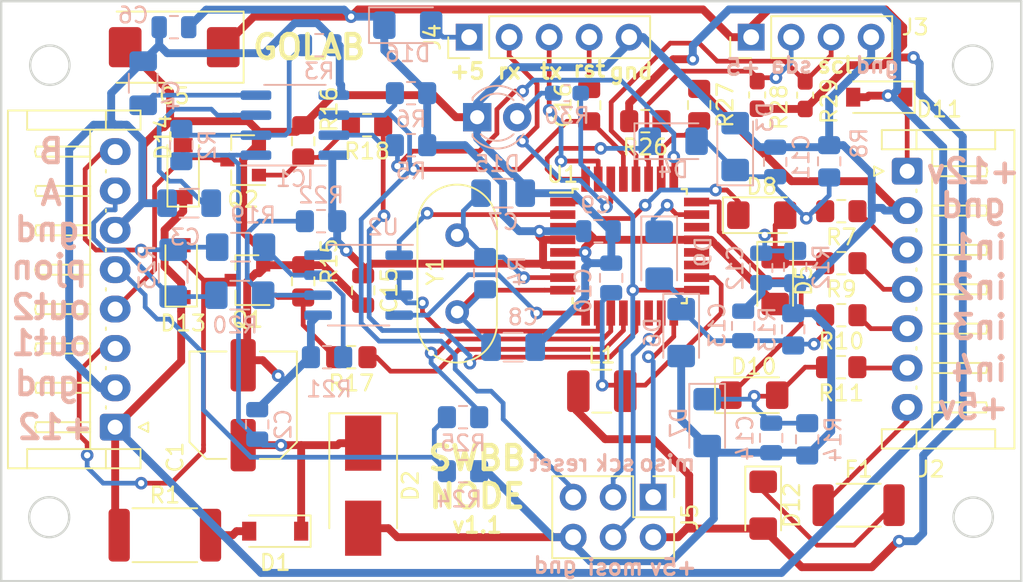
<source format=kicad_pcb>
(kicad_pcb (version 20171130) (host pcbnew 5.0.2-bee76a0~70~ubuntu18.04.1)
  (layers (0 F.Cu signal) (31 B.Cu signal) (34 B.Paste user) (35 F.Paste user) (36 B.SilkS user) (37 F.SilkS user) (38 B.Mask user) (39 F.Mask user) (44 Edge.Cuts user))
  (net 0 "")
  (net 1 "Net-(IC1-Pad2)")
  (net 2 +12V)
  (net 3 "Net-(C1-Pad1)")
  (net 4 GND)
  (net 5 +5V)
  (net 6 "Net-(D1-Pad2)")
  (net 7 Reset)
  (net 8 "Net-(C4-Pad1)")
  (net 9 "Net-(C3-Pad1)")
  (net 10 D1_TX)
  (net 11 D0_RX)
  (net 12 D13_SCK)
  (net 13 D11_MOSI)
  (net 14 D10_SS)
  (net 15 "Net-(C14-Pad1)")
  (net 16 "Net-(C8-Pad2)")
  (net 17 "Net-(C7-Pad1)")
  (net 18 "Net-(C11-Pad1)")
  (net 19 "Net-(C12-Pad1)")
  (net 20 "Net-(C13-Pad1)")
  (net 21 D2_IN1)
  (net 22 A5_SCL)
  (net 23 A4_SDA)
  (net 24 A1_D15_IN4)
  (net 25 A0_D14_IN3)
  (net 26 A7)
  (net 27 AREF)
  (net 28 A6)
  (net 29 "Net-(C10-Pad1)")
  (net 30 D9#_OUT2)
  (net 31 D8_OUT1)
  (net 32 D3_IN2)
  (net 33 "Net-(F1-Pad1)")
  (net 34 "Net-(R19-Pad1)")
  (net 35 "Net-(J1-Pad8)")
  (net 36 "Net-(J1-Pad7)")
  (net 37 "Net-(R20-Pad1)")
  (net 38 "Net-(J2-Pad5)")
  (net 39 A3_D17_Battery_Voltage)
  (net 40 "Net-(J1-Pad5)")
  (net 41 D7_PJON_SWBB)
  (net 42 "Net-(Q2-Pad1)")
  (net 43 "Net-(J2-Pad6)")
  (net 44 "Net-(Q1-Pad1)")
  (net 45 A2_D16_Power_Sens)
  (net 46 "Net-(J2-Pad3)")
  (net 47 "Net-(J2-Pad4)")
  (net 48 "Net-(D14-Pad2)")
  (net 49 "Net-(D13-Pad2)")
  (net 50 D12_MISO)
  (net 51 D6_DE_RS485)
  (net 52 D5_swTX_RS485)
  (net 53 D4_swRX_RS485)
  (net 54 "Net-(D15-Pad2)")
  (net 55 "Net-(D12-Pad1)")
  (net 56 "Net-(D11-Pad1)")
  (net 57 "Net-(D16-Pad2)")
  (net 58 "Net-(C16-Pad2)")
  (module Package_SO:SOIC-8_3.9x4.9mm_P1.27mm (layer B.Cu) (at 80.882 133.604)
    (fp_text reference IC1 (at 0 3.4) (layer B.SilkS) (effects (justify mirror)))
    (fp_text value L4949)
    (pad 1 smd roundrect (at -2.475 1.905) (size 1.95 0.6) (layers B.Cu B.Paste B.Mask) (net 3 "Net-(C1-Pad1)"))
    (pad 2 smd roundrect (at -2.475 0.635) (size 1.95 0.6) (layers B.Cu B.Paste B.Mask) (net 1 "Net-(IC1-Pad2)"))
    (pad 3 smd roundrect (at -2.475 -0.635) (size 1.95 0.6) (layers B.Cu B.Paste B.Mask) (net 9 "Net-(C3-Pad1)"))
    (pad 4 smd roundrect (at -2.475 -1.905) (size 1.95 0.6) (layers B.Cu B.Paste B.Mask) (net 8 "Net-(C4-Pad1)"))
    (pad 5 smd roundrect (at 2.475 -1.905) (size 1.95 0.6) (layers B.Cu B.Paste B.Mask) (net 4 GND))
    (pad 6 smd roundrect (at 2.475 -0.635) (size 1.95 0.6) (layers B.Cu B.Paste B.Mask) (net 7 Reset))
    (pad 7 smd roundrect (at 2.475 0.635) (size 1.95 0.6) (layers B.Cu B.Paste B.Mask) (net 45 A2_D16_Power_Sens))
    (pad 8 smd roundrect (at 2.475 1.905) (size 1.95 0.6) (layers B.Cu B.Paste B.Mask) (net 5 +5V))
  )
  (module Resistor_SMD:R_0603_1608Metric_Pad1.05x0.95mm_HandSolder (layer B.Cu) (at 98.157 131.572)
    (fp_text reference R30 (at 0 1.43) (layer B.SilkS) (effects (justify mirror)))
    (fp_text value 1k)
    (pad 1 smd roundrect (at -0.875 0) (size 1.05 0.95) (layers B.Cu B.Paste B.Mask) (net 54 "Net-(D15-Pad2)"))
    (pad 2 smd roundrect (at 0.875 0) (size 1.05 0.95) (layers B.Cu B.Paste B.Mask) (net 12 D13_SCK))
  )
  (module Diode_SMD:D_1206_3216Metric_Pad1.42x1.75mm_HandSolder (layer F.Cu) (at 110.617 157.734 270)
    (fp_text reference D12 (at 0 -1.82 270) (layer F.SilkS))
    (fp_text value 1n4148 hide)
    (pad 1 smd roundrect (at -1.4875 0 270) (size 1.425 1.75) (layers F.Cu F.Paste F.Mask) (roundrect_rratio 0.175439) (net 55 "Net-(D12-Pad1)"))
    (pad 2 smd roundrect (at 1.4875 0 270) (size 1.425 1.75) (layers F.Cu F.Paste F.Mask) (roundrect_rratio 0.175439) (net 5 +5V))
  )
  (module Package_SO:SO-8_3.9x4.9mm_P1.27mm (layer B.Cu) (at 84.928 143.764 180)
    (fp_text reference U2 (at -1.559 3.683 180) (layer B.SilkS) (effects (justify mirror)))
    (fp_text value MAX485E)
    (pad 1 smd roundrect (at -2.575 1.905 180) (size 1.75 0.6) (layers B.Cu B.Paste B.Mask) (net 53 D4_swRX_RS485))
    (pad 2 smd roundrect (at -2.575 0.635 180) (size 1.75 0.6) (layers B.Cu B.Paste B.Mask) (net 51 D6_DE_RS485))
    (pad 3 smd roundrect (at -2.575 -0.635 180) (size 1.75 0.6) (layers B.Cu B.Paste B.Mask) (net 51 D6_DE_RS485))
    (pad 4 smd roundrect (at -2.575 -1.905 180) (size 1.75 0.6) (layers B.Cu B.Paste B.Mask) (net 52 D5_swTX_RS485))
    (pad 5 smd roundrect (at 2.575 -1.905 180) (size 1.75 0.6) (layers B.Cu B.Paste B.Mask) (net 4 GND))
    (pad 6 smd roundrect (at 2.575 -0.635 180) (size 1.75 0.6) (layers B.Cu B.Paste B.Mask) (net 37 "Net-(R20-Pad1)"))
    (pad 7 smd roundrect (at 2.575 0.635 180) (size 1.75 0.6) (layers B.Cu B.Paste B.Mask) (net 34 "Net-(R19-Pad1)"))
    (pad 8 smd roundrect (at 2.575 1.905 180) (size 1.75 0.6) (layers B.Cu B.Paste B.Mask) (net 5 +5V))
  )
  (module LED_THT:LED_D3.0mm (layer B.Cu) (at 92.456 133.096)
    (fp_text reference D15 (at 1.27 2.96) (layer B.SilkS) (effects (justify mirror)))
    (fp_text value LED)
    (pad 1 thru_hole rect (at 0 0) (size 1.8 1.8) (drill 0.9) (layers *.Cu *.Mask) (net 4 GND))
    (pad 2 thru_hole circle (at 2.54 0) (size 1.8 1.8) (drill 0.9) (layers *.Cu *.Mask) (net 54 "Net-(D15-Pad2)"))
  )
  (module Capacitor_SMD:C_0805_2012Metric (layer F.Cu) (at 85.217 144.096 270)
    (fp_text reference C15 (at 0 -1.65 270) (layer F.SilkS))
    (fp_text value 100n)
    (pad 2 smd roundrect (at 0.9375 0 270) (size 0.975 1.4) (layers F.Cu F.Paste F.Mask) (net 4 GND))
    (pad 1 smd roundrect (at -0.9375 0 270) (size 0.975 1.4) (layers F.Cu F.Paste F.Mask) (net 5 +5V))
  )
  (module Capacitor_SMD:C_0805_2012Metric_Pad1.15x1.40mm_HandSolder (layer F.Cu) (at 99.568 132.334 90)
    (fp_text reference C16 (at 0 -1.65 90) (layer F.SilkS))
    (fp_text value 100n)
    (pad 1 smd roundrect (at -1.025 0 90) (size 1.15 1.4) (layers F.Cu F.Paste F.Mask) (roundrect_rratio 0.217391) (net 7 Reset))
    (pad 2 smd roundrect (at 1.025 0 90) (size 1.15 1.4) (layers F.Cu F.Paste F.Mask) (roundrect_rratio 0.217391) (net 58 "Net-(C16-Pad2)"))
  )
  (module Connector_JST:JST_EH_S7B-EH_1x07_P2.50mm_Horizontal (layer F.Cu) (at 119.761 136.525 270)
    (fp_text reference J2 (at 18.923 -1.524 180) (layer F.SilkS))
    (fp_text value Inputs)
    (pad 1 thru_hole roundrect (at 0 0 270) (size 1.7 1.95) (drill 0.95) (layers *.Cu *.Mask) (roundrect_rratio 0.147059) (net 56 "Net-(D11-Pad1)"))
    (pad 2 thru_hole oval (at 2.5 0 270) (size 1.7 1.95) (drill 0.95) (layers *.Cu *.Mask) (net 4 GND))
    (pad 3 thru_hole oval (at 5 0 270) (size 1.7 1.95) (drill 0.95) (layers *.Cu *.Mask) (net 46 "Net-(J2-Pad3)"))
    (pad 4 thru_hole oval (at 7.5 0 270) (size 1.7 1.95) (drill 0.95) (layers *.Cu *.Mask) (net 47 "Net-(J2-Pad4)"))
    (pad 5 thru_hole oval (at 10 0 270) (size 1.7 1.95) (drill 0.95) (layers *.Cu *.Mask) (net 38 "Net-(J2-Pad5)"))
    (pad 6 thru_hole oval (at 12.5 0 270) (size 1.7 1.95) (drill 0.95) (layers *.Cu *.Mask) (net 43 "Net-(J2-Pad6)"))
    (pad 7 thru_hole oval (at 15 0 270) (size 1.7 1.95) (drill 0.95) (layers *.Cu *.Mask) (net 33 "Net-(F1-Pad1)"))
  )
  (module Connector_JST:JST_EH_S8B-EH_1x08_P2.50mm_Horizontal (layer F.Cu) (at 69.469 152.781 90)
    (fp_text reference J1 hide)
    (fp_text value Outputs+Supply)
    (pad 8 thru_hole oval (at 17.5 0 90) (size 1.7 1.95) (drill 0.95) (layers *.Cu *.Mask) (net 35 "Net-(J1-Pad8)"))
    (pad 7 thru_hole oval (at 15 0 90) (size 1.7 1.95) (drill 0.95) (layers *.Cu *.Mask) (net 36 "Net-(J1-Pad7)"))
    (pad 6 thru_hole oval (at 12.5 0 90) (size 1.7 1.95) (drill 0.95) (layers *.Cu *.Mask) (net 4 GND))
    (pad 5 thru_hole oval (at 10 0 90) (size 1.7 1.95) (drill 0.95) (layers *.Cu *.Mask) (net 40 "Net-(J1-Pad5)"))
    (pad 4 thru_hole oval (at 7.5 0 90) (size 1.7 1.95) (drill 0.95) (layers *.Cu *.Mask) (net 48 "Net-(D14-Pad2)"))
    (pad 3 thru_hole oval (at 5 0 90) (size 1.7 1.95) (drill 0.95) (layers *.Cu *.Mask) (net 49 "Net-(D13-Pad2)"))
    (pad 2 thru_hole oval (at 2.5 0 90) (size 1.7 1.95) (drill 0.95) (layers *.Cu *.Mask) (net 4 GND))
    (pad 1 thru_hole roundrect (at 0 0 90) (size 1.7 1.95) (drill 0.95) (layers *.Cu *.Mask) (roundrect_rratio 0.147059) (net 2 +12V))
  )
  (module Connector_PinHeader_2.54mm:PinHeader_1x04_P2.54mm_Vertical (layer F.Cu) (at 109.855 128.016 90)
    (fp_text reference J3 (at 0.635 10.414) (layer F.SilkS))
    (fp_text value I2C)
    (pad 1 thru_hole rect (at 0 0 90) (size 1.7 1.7) (drill 1) (layers *.Cu *.Mask) (net 5 +5V))
    (pad 2 thru_hole oval (at 0 2.54 90) (size 1.7 1.7) (drill 1) (layers *.Cu *.Mask) (net 23 A4_SDA))
    (pad 3 thru_hole oval (at 0 5.08 90) (size 1.7 1.7) (drill 1) (layers *.Cu *.Mask) (net 22 A5_SCL))
    (pad 4 thru_hole oval (at 0 7.62 90) (size 1.7 1.7) (drill 1) (layers *.Cu *.Mask) (net 4 GND))
  )
  (module Connector_PinHeader_2.54mm:PinHeader_1x05_P2.54mm_Vertical (layer F.Cu) (at 91.948 128.016 90)
    (fp_text reference J4 (at 0 -2.33 90) (layer F.SilkS))
    (fp_text value UART)
    (pad 1 thru_hole rect (at 0 0 90) (size 1.7 1.7) (drill 1) (layers *.Cu *.Mask) (net 57 "Net-(D16-Pad2)"))
    (pad 2 thru_hole oval (at 0 2.54 90) (size 1.7 1.7) (drill 1) (layers *.Cu *.Mask) (net 11 D0_RX))
    (pad 3 thru_hole oval (at 0 5.08 90) (size 1.7 1.7) (drill 1) (layers *.Cu *.Mask) (net 10 D1_TX))
    (pad 4 thru_hole oval (at 0 7.62 90) (size 1.7 1.7) (drill 1) (layers *.Cu *.Mask) (net 58 "Net-(C16-Pad2)"))
    (pad 5 thru_hole oval (at 0 10.16 90) (size 1.7 1.7) (drill 1) (layers *.Cu *.Mask) (net 4 GND))
  )
  (module Connector_PinHeader_2.54mm:PinHeader_2x03_P2.54mm_Vertical (layer F.Cu) (at 103.632 157.226 270)
    (fp_text reference J5 (at 1.27 -2.33 270) (layer F.SilkS))
    (fp_text value ICSP_arduino)
    (pad 1 thru_hole rect (at 0 0 270) (size 1.7 1.7) (drill 1) (layers *.Cu *.Mask) (net 50 D12_MISO))
    (pad 2 thru_hole oval (at 2.54 0 270) (size 1.7 1.7) (drill 1) (layers *.Cu *.Mask) (net 5 +5V))
    (pad 3 thru_hole oval (at 0 2.54 270) (size 1.7 1.7) (drill 1) (layers *.Cu *.Mask) (net 12 D13_SCK))
    (pad 4 thru_hole oval (at 2.54 2.54 270) (size 1.7 1.7) (drill 1) (layers *.Cu *.Mask) (net 13 D11_MOSI))
    (pad 5 thru_hole oval (at 0 5.08 270) (size 1.7 1.7) (drill 1) (layers *.Cu *.Mask) (net 7 Reset))
    (pad 6 thru_hole oval (at 2.54 5.08 270) (size 1.7 1.7) (drill 1) (layers *.Cu *.Mask) (net 4 GND))
  )
  (module Diode_SMD:D_1206_3216Metric_Pad1.42x1.75mm_HandSolder (layer B.Cu) (at 88.0475 127.254)
    (fp_text reference D16 (at 0 1.82) (layer B.SilkS) (effects (justify mirror)))
    (fp_text value 1n4148)
    (pad 1 smd roundrect (at -1.4875 0) (size 1.425 1.75) (layers B.Cu B.Paste B.Mask) (roundrect_rratio 0.175439) (net 5 +5V))
    (pad 2 smd roundrect (at 1.4875 0) (size 1.425 1.75) (layers B.Cu B.Paste B.Mask) (roundrect_rratio 0.175439) (net 57 "Net-(D16-Pad2)"))
  )
  (module Diode_SMD:D_SOD-123 (layer F.Cu) (at 117.982 131.826 180)
    (fp_text reference D11 (at -3.811 -0.762 180) (layer F.SilkS))
    (fp_text value 1N4007)
    (pad 1 smd rect (at -1.65 0 180) (size 0.9 1.2) (layers F.Cu F.Paste F.Mask) (net 56 "Net-(D11-Pad1)"))
    (pad 2 smd rect (at 1.65 0 180) (size 0.9 1.2) (layers F.Cu F.Paste F.Mask) (net 2 +12V))
  )
  (module Diode_SMD:D_SOD-123 (layer F.Cu) (at 73.787 136.524 90)
    (fp_text reference D14 (at 2.159 -1.27 90) (layer F.SilkS))
    (fp_text value 1N4007)
    (pad 1 smd rect (at -1.65 0 90) (size 0.9 1.2) (layers F.Cu F.Paste F.Mask) (net 2 +12V))
    (pad 2 smd rect (at 1.65 0 90) (size 0.9 1.2) (layers F.Cu F.Paste F.Mask) (net 48 "Net-(D14-Pad2)"))
  )
  (module Diode_SMD:D_SOD-123 (layer F.Cu) (at 73.66 142.874 90)
    (fp_text reference D13 (at -3.303 0.127) (layer F.SilkS))
    (fp_text value 1N4007)
    (pad 2 smd rect (at 1.65 0 90) (size 0.9 1.2) (layers F.Cu F.Paste F.Mask) (net 49 "Net-(D13-Pad2)"))
    (pad 1 smd rect (at -1.65 0 90) (size 0.9 1.2) (layers F.Cu F.Paste F.Mask) (net 2 +12V))
  )
  (module Package_TO_SOT_SMD:SOT-23 (layer F.Cu) (at 77.867 143.444 180)
    (fp_text reference Q1 (at 0 -2.5 180) (layer F.SilkS))
    (fp_text value BC817)
    (pad 3 smd rect (at 1 0 180) (size 0.9 0.8) (layers F.Cu F.Paste F.Mask) (net 49 "Net-(D13-Pad2)"))
    (pad 2 smd rect (at -1 0.95 180) (size 0.9 0.8) (layers F.Cu F.Paste F.Mask) (net 4 GND))
    (pad 1 smd rect (at -1 -0.95 180) (size 0.9 0.8) (layers F.Cu F.Paste F.Mask) (net 44 "Net-(Q1-Pad1)"))
  )
  (module Package_TO_SOT_SMD:SOT-23 (layer F.Cu) (at 77.597 135.824 180)
    (fp_text reference Q2 (at 0 -2.5 180) (layer F.SilkS))
    (fp_text value BC817)
    (pad 1 smd rect (at -1 -0.95 180) (size 0.9 0.8) (layers F.Cu F.Paste F.Mask) (net 42 "Net-(Q2-Pad1)"))
    (pad 2 smd rect (at -1 0.95 180) (size 0.9 0.8) (layers F.Cu F.Paste F.Mask) (net 4 GND))
    (pad 3 smd rect (at 1 0 180) (size 0.9 0.8) (layers F.Cu F.Paste F.Mask) (net 48 "Net-(D14-Pad2)"))
  )
  (module Resistor_SMD:R_0603_1608Metric_Pad1.05x0.95mm_HandSolder (layer F.Cu) (at 110.236 131.685 270)
    (fp_text reference R28 (at 0.776 -1.397 270) (layer F.SilkS))
    (fp_text value 2k4)
    (pad 1 smd roundrect (at -0.875 0 270) (size 1.05 0.95) (layers F.Cu F.Paste F.Mask) (net 23 A4_SDA))
    (pad 2 smd roundrect (at 0.875 0 270) (size 1.05 0.95) (layers F.Cu F.Paste F.Mask) (net 5 +5V))
  )
  (module Resistor_SMD:R_0603_1608Metric_Pad1.05x0.95mm_HandSolder (layer F.Cu) (at 113.284 131.699 270)
    (fp_text reference R29 (at 0.381 -1.524 270) (layer F.SilkS))
    (fp_text value 2k4)
    (pad 1 smd roundrect (at -0.875 0 270) (size 1.05 0.95) (layers F.Cu F.Paste F.Mask) (net 22 A5_SCL))
    (pad 2 smd roundrect (at 0.875 0 270) (size 1.05 0.95) (layers F.Cu F.Paste F.Mask) (net 5 +5V))
  )
  (module Resistor_SMD:R_0805_2012Metric_Pad1.15x1.40mm_HandSolder (layer F.Cu) (at 81.407 143.519 270)
    (fp_text reference R15 (at -1.27 -1.65 270) (layer F.SilkS))
    (fp_text value 10k)
    (pad 2 smd roundrect (at 1.025 0 270) (size 1.15 1.4) (layers F.Cu F.Paste F.Mask) (roundrect_rratio 0.217391) (net 44 "Net-(Q1-Pad1)"))
    (pad 1 smd roundrect (at -1.025 0 270) (size 1.15 1.4) (layers F.Cu F.Paste F.Mask) (roundrect_rratio 0.217391) (net 4 GND))
  )
  (module Resistor_SMD:R_0805_2012Metric_Pad1.15x1.40mm_HandSolder (layer F.Cu) (at 84.464 148.336 180)
    (fp_text reference R17 (at 0 -1.65 180) (layer F.SilkS))
    (fp_text value 1k)
    (pad 1 smd roundrect (at -1.025 0 180) (size 1.15 1.4) (layers F.Cu F.Paste F.Mask) (roundrect_rratio 0.217391) (net 31 D8_OUT1))
    (pad 2 smd roundrect (at 1.025 0 180) (size 1.15 1.4) (layers F.Cu F.Paste F.Mask) (roundrect_rratio 0.217391) (net 44 "Net-(Q1-Pad1)"))
  )
  (module Resistor_SMD:R_0805_2012Metric_Pad1.15x1.40mm_HandSolder (layer F.Cu) (at 81.407 134.629 270)
    (fp_text reference R16 (at -2.032 -1.651 270) (layer F.SilkS))
    (fp_text value 10k)
    (pad 1 smd roundrect (at -1.025 0 270) (size 1.15 1.4) (layers F.Cu F.Paste F.Mask) (roundrect_rratio 0.217391) (net 4 GND))
    (pad 2 smd roundrect (at 1.025 0 270) (size 1.15 1.4) (layers F.Cu F.Paste F.Mask) (roundrect_rratio 0.217391) (net 42 "Net-(Q2-Pad1)"))
  )
  (module Resistor_SMD:R_0805_2012Metric_Pad1.15x1.40mm_HandSolder (layer F.Cu) (at 85.462 133.604 180)
    (fp_text reference R18 (at 0 -1.65 180) (layer F.SilkS))
    (fp_text value 1k)
    (pad 1 smd roundrect (at -1.025 0 180) (size 1.15 1.4) (layers F.Cu F.Paste F.Mask) (roundrect_rratio 0.217391) (net 30 D9#_OUT2))
    (pad 2 smd roundrect (at 1.025 0 180) (size 1.15 1.4) (layers F.Cu F.Paste F.Mask) (roundrect_rratio 0.217391) (net 42 "Net-(Q2-Pad1)"))
  )
  (module Resistor_SMD:R_0805_2012Metric_Pad1.15x1.40mm_HandSolder (layer B.Cu) (at 82.922 148.336 180)
    (fp_text reference R21 (at -0.127 -2.032 180) (layer B.SilkS) (effects (justify mirror)))
    (fp_text value 1k)
    (pad 1 smd roundrect (at -1.025 0 180) (size 1.15 1.4) (layers B.Cu B.Paste B.Mask) (roundrect_rratio 0.217391) (net 34 "Net-(R19-Pad1)"))
    (pad 2 smd roundrect (at 1.025 0 180) (size 1.15 1.4) (layers B.Cu B.Paste B.Mask) (roundrect_rratio 0.217391) (net 4 GND))
  )
  (module Resistor_SMD:R_0805_2012Metric_Pad1.15x1.40mm_HandSolder (layer B.Cu) (at 82.541 139.7 180)
    (fp_text reference R22 (at 0 1.65 180) (layer B.SilkS) (effects (justify mirror)))
    (fp_text value 1k)
    (pad 1 smd roundrect (at -1.025 0 180) (size 1.15 1.4) (layers B.Cu B.Paste B.Mask) (roundrect_rratio 0.217391) (net 5 +5V))
    (pad 2 smd roundrect (at 1.025 0 180) (size 1.15 1.4) (layers B.Cu B.Paste B.Mask) (roundrect_rratio 0.217391) (net 37 "Net-(R20-Pad1)"))
  )
  (module Resistor_SMD:R_0805_2012Metric_Pad1.15x1.40mm_HandSolder (layer B.Cu) (at 91.558 155.575 180)
    (fp_text reference R24 (at 0.245 -1.778 180) (layer B.SilkS) (effects (justify mirror)))
    (fp_text value 1M)
    (pad 1 smd roundrect (at -1.025 0 180) (size 1.15 1.4) (layers B.Cu B.Paste B.Mask) (roundrect_rratio 0.217391) (net 4 GND))
    (pad 2 smd roundrect (at 1.025 0 180) (size 1.15 1.4) (layers B.Cu B.Paste B.Mask) (roundrect_rratio 0.217391) (net 40 "Net-(J1-Pad5)"))
  )
  (module Resistor_SMD:R_0805_2012Metric_Pad1.15x1.40mm_HandSolder (layer B.Cu) (at 91.558 152.146)
    (fp_text reference R25 (at 0 1.65) (layer B.SilkS) (effects (justify mirror)))
    (fp_text value 180R)
    (pad 1 smd roundrect (at -1.025 0) (size 1.15 1.4) (layers B.Cu B.Paste B.Mask) (roundrect_rratio 0.217391) (net 40 "Net-(J1-Pad5)"))
    (pad 2 smd roundrect (at 1.025 0) (size 1.15 1.4) (layers B.Cu B.Paste B.Mask) (roundrect_rratio 0.217391) (net 41 D7_PJON_SWBB))
  )
  (module Resistor_SMD:R_0805_2012Metric_Pad1.15x1.40mm_HandSolder (layer F.Cu) (at 106.553 132.325 270)
    (fp_text reference R27 (at 0 -1.65 270) (layer F.SilkS))
    (fp_text value 11k)
    (pad 1 smd roundrect (at -1.025 0 270) (size 1.15 1.4) (layers F.Cu F.Paste F.Mask) (roundrect_rratio 0.217391) (net 4 GND))
    (pad 2 smd roundrect (at 1.025 0 270) (size 1.15 1.4) (layers F.Cu F.Paste F.Mask) (roundrect_rratio 0.217391) (net 39 A3_D17_Battery_Voltage))
  )
  (module Resistor_SMD:R_0805_2012Metric_Pad1.15x1.40mm_HandSolder (layer F.Cu) (at 103.133 133.35 180)
    (fp_text reference R26 (at 0 -1.65 180) (layer F.SilkS))
    (fp_text value 200k)
    (pad 1 smd roundrect (at -1.025 0 180) (size 1.15 1.4) (layers F.Cu F.Paste F.Mask) (roundrect_rratio 0.217391) (net 39 A3_D17_Battery_Voltage))
    (pad 2 smd roundrect (at 1.025 0 180) (size 1.15 1.4) (layers F.Cu F.Paste F.Mask) (roundrect_rratio 0.217391) (net 2 +12V))
  )
  (module Resistor_SMD:R_1206_3216Metric_Pad1.42x1.75mm_HandSolder (layer B.Cu) (at 77.3795 144.399 180)
    (fp_text reference R20 (at 0.2905 -1.905 180) (layer B.SilkS) (effects (justify mirror)))
    (fp_text value 10R)
    (pad 1 smd roundrect (at -1.4875 0 180) (size 1.425 1.75) (layers B.Cu B.Paste B.Mask) (roundrect_rratio 0.175439) (net 37 "Net-(R20-Pad1)"))
    (pad 2 smd roundrect (at 1.4875 0 180) (size 1.425 1.75) (layers B.Cu B.Paste B.Mask) (roundrect_rratio 0.175439) (net 36 "Net-(J1-Pad7)"))
  )
  (module Resistor_SMD:R_1206_3216Metric_Pad1.42x1.75mm_HandSolder (layer B.Cu) (at 73.152 143.002 90)
    (fp_text reference R23 (at 0.381 -1.651 90) (layer B.SilkS) (effects (justify mirror)))
    (fp_text value 120R)
    (pad 1 smd roundrect (at -1.4875 0 90) (size 1.425 1.75) (layers B.Cu B.Paste B.Mask) (roundrect_rratio 0.175439) (net 36 "Net-(J1-Pad7)"))
    (pad 2 smd roundrect (at 1.4875 0 90) (size 1.425 1.75) (layers B.Cu B.Paste B.Mask) (roundrect_rratio 0.175439) (net 35 "Net-(J1-Pad8)"))
  )
  (module Resistor_SMD:R_1206_3216Metric_Pad1.42x1.75mm_HandSolder (layer B.Cu) (at 77.4335 141.351 180)
    (fp_text reference R19 (at -0.7985 2.032 180) (layer B.SilkS) (effects (justify mirror)))
    (fp_text value 10R)
    (pad 1 smd roundrect (at -1.4875 0 180) (size 1.425 1.75) (layers B.Cu B.Paste B.Mask) (roundrect_rratio 0.175439) (net 34 "Net-(R19-Pad1)"))
    (pad 2 smd roundrect (at 1.4875 0 180) (size 1.425 1.75) (layers B.Cu B.Paste B.Mask) (roundrect_rratio 0.175439) (net 35 "Net-(J1-Pad8)"))
  )
  (module Fuse:Fuse_2010_5025Metric (layer F.Cu) (at 116.677 157.734)
    (fp_text reference F1 (at 0 -2.28 180) (layer F.SilkS))
    (fp_text value 30mA)
    (pad 1 smd roundrect (at -2.25 0) (size 1.35 2.65) (layers F.Cu F.Paste F.Mask) (roundrect_rratio 0.185185) (net 33 "Net-(F1-Pad1)"))
    (pad 2 smd roundrect (at 2.25 0) (size 1.35 2.65) (layers F.Cu F.Paste F.Mask) (roundrect_rratio 0.185185) (net 55 "Net-(D12-Pad1)"))
  )
  (module Capacitor_SMD:C_0805_2012Metric (layer B.Cu) (at 100.154 140.335)
    (fp_text reference C9 (at -0.1755 -1.651) (layer B.SilkS) (effects (justify mirror)))
    (fp_text value 100n)
    (pad 1 smd roundrect (at -0.9375 0) (size 0.975 1.4) (layers B.Cu B.Paste B.Mask) (net 5 +5V))
    (pad 2 smd roundrect (at 0.9375 0) (size 0.975 1.4) (layers B.Cu B.Paste B.Mask) (net 4 GND))
  )
  (module Capacitor_SMD:C_0805_2012Metric (layer B.Cu) (at 100.965 143.304 90)
    (fp_text reference C10 (at -0.8105 -1.778 90) (layer B.SilkS) (effects (justify mirror)))
    (fp_text value 100n)
    (pad 1 smd roundrect (at -0.9375 0 90) (size 0.975 1.4) (layers B.Cu B.Paste B.Mask) (net 29 "Net-(C10-Pad1)"))
    (pad 2 smd roundrect (at 0.9375 0 90) (size 0.975 1.4) (layers B.Cu B.Paste B.Mask) (net 4 GND))
  )
  (module Capacitor_SMD:C_0805_2012Metric (layer B.Cu) (at 111.379 135.938 90)
    (fp_text reference C11 (at 0.3025 1.651 90) (layer B.SilkS) (effects (justify mirror)))
    (fp_text value 100n hide)
    (pad 1 smd roundrect (at -0.9375 0 90) (size 0.975 1.4) (layers B.Cu B.Paste B.Mask) (net 18 "Net-(C11-Pad1)"))
    (pad 2 smd roundrect (at 0.9375 0 90) (size 0.975 1.4) (layers B.Cu B.Paste B.Mask) (net 4 GND))
  )
  (module Capacitor_SMD:C_0805_2012Metric (layer B.Cu) (at 110.49 142.67 270)
    (fp_text reference C12 (at 0 1.65 270) (layer B.SilkS) (effects (justify mirror)))
    (fp_text value 100n)
    (pad 1 smd roundrect (at -0.9375 0 270) (size 0.975 1.4) (layers B.Cu B.Paste B.Mask) (net 19 "Net-(C12-Pad1)"))
    (pad 2 smd roundrect (at 0.9375 0 270) (size 0.975 1.4) (layers B.Cu B.Paste B.Mask) (net 4 GND))
  )
  (module Capacitor_SMD:C_0805_2012Metric (layer B.Cu) (at 109.347 146.352 90)
    (fp_text reference C13 (at 0.0485 -1.651 90) (layer B.SilkS) (effects (justify mirror)))
    (fp_text value 100n)
    (pad 1 smd roundrect (at -0.9375 0 90) (size 0.975 1.4) (layers B.Cu B.Paste B.Mask) (net 20 "Net-(C13-Pad1)"))
    (pad 2 smd roundrect (at 0.9375 0 90) (size 0.975 1.4) (layers B.Cu B.Paste B.Mask) (net 4 GND))
  )
  (module Capacitor_SMD:C_0805_2012Metric (layer B.Cu) (at 111.125 153.464 270)
    (fp_text reference C14 (at 0 1.65 270) (layer B.SilkS) (effects (justify mirror)))
    (fp_text value 100n)
    (pad 1 smd roundrect (at -0.9375 0 270) (size 0.975 1.4) (layers B.Cu B.Paste B.Mask) (net 15 "Net-(C14-Pad1)"))
    (pad 2 smd roundrect (at 0.9375 0 270) (size 0.975 1.4) (layers B.Cu B.Paste B.Mask) (net 4 GND))
  )
  (module Capacitor_SMD:C_1206_3216Metric (layer B.Cu) (at 94.739 147.701 180)
    (fp_text reference C8 (at -0.635 1.905 180) (layer B.SilkS) (effects (justify mirror)))
    (fp_text value 18p)
    (pad 1 smd roundrect (at -1.4 0 180) (size 1.25 1.75) (layers B.Cu B.Paste B.Mask) (roundrect_rratio 0.2) (net 4 GND))
    (pad 2 smd roundrect (at 1.4 0 180) (size 1.25 1.75) (layers B.Cu B.Paste B.Mask) (roundrect_rratio 0.2) (net 16 "Net-(C8-Pad2)"))
  )
  (module Capacitor_SMD:C_1206_3216Metric (layer B.Cu) (at 94.104 137.922)
    (fp_text reference C7 (at 0 1.82) (layer B.SilkS) (effects (justify mirror)))
    (fp_text value 18p)
    (pad 1 smd roundrect (at -1.4 0) (size 1.25 1.75) (layers B.Cu B.Paste B.Mask) (roundrect_rratio 0.2) (net 17 "Net-(C7-Pad1)"))
    (pad 2 smd roundrect (at 1.4 0) (size 1.25 1.75) (layers B.Cu B.Paste B.Mask) (roundrect_rratio 0.2) (net 4 GND))
  )
  (module Diode_SMD:D_1206_3216Metric_Pad1.42x1.75mm_HandSolder (layer B.Cu) (at 107.061 152.49 270)
    (fp_text reference D7 (at 0 1.82 270) (layer B.SilkS) (effects (justify mirror)))
    (fp_text value 4V7)
    (pad 1 smd roundrect (at -1.4875 0 270) (size 1.425 1.75) (layers B.Cu B.Paste B.Mask) (roundrect_rratio 0.175439) (net 15 "Net-(C14-Pad1)"))
    (pad 2 smd roundrect (at 1.4875 0 270) (size 1.425 1.75) (layers B.Cu B.Paste B.Mask) (roundrect_rratio 0.175439) (net 4 GND))
  )
  (module Diode_SMD:D_1206_3216Metric_Pad1.42x1.75mm_HandSolder (layer B.Cu) (at 108.839 134.964 90)
    (fp_text reference D3 (at 1.8685 1.905 90) (layer B.SilkS) (effects (justify mirror)))
    (fp_text value 4V7)
    (pad 1 smd roundrect (at -1.4875 0 90) (size 1.425 1.75) (layers B.Cu B.Paste B.Mask) (roundrect_rratio 0.175439) (net 18 "Net-(C11-Pad1)"))
    (pad 2 smd roundrect (at 1.4875 0 90) (size 1.425 1.75) (layers B.Cu B.Paste B.Mask) (roundrect_rratio 0.175439) (net 4 GND))
  )
  (module Diode_SMD:D_1206_3216Metric_Pad1.42x1.75mm_HandSolder (layer B.Cu) (at 104.902 134.62)
    (fp_text reference D4 (at 0 1.82) (layer B.SilkS) (effects (justify mirror)))
    (fp_text value 1n4148)
    (pad 1 smd roundrect (at -1.4875 0) (size 1.425 1.75) (layers B.Cu B.Paste B.Mask) (roundrect_rratio 0.175439) (net 21 D2_IN1))
    (pad 2 smd roundrect (at 1.4875 0) (size 1.425 1.75) (layers B.Cu B.Paste B.Mask) (roundrect_rratio 0.175439) (net 18 "Net-(C11-Pad1)"))
  )
  (module Diode_SMD:D_1206_3216Metric_Pad1.42x1.75mm_HandSolder (layer B.Cu) (at 105.41 146.776 270)
    (fp_text reference D6 (at 0 1.82 270) (layer B.SilkS) (effects (justify mirror)))
    (fp_text value 4V7)
    (pad 1 smd roundrect (at -1.4875 0 270) (size 1.425 1.75) (layers B.Cu B.Paste B.Mask) (roundrect_rratio 0.175439) (net 20 "Net-(C13-Pad1)"))
    (pad 2 smd roundrect (at 1.4875 0 270) (size 1.425 1.75) (layers B.Cu B.Paste B.Mask) (roundrect_rratio 0.175439) (net 4 GND))
  )
  (module Diode_SMD:D_1206_3216Metric_Pad1.42x1.75mm_HandSolder (layer F.Cu) (at 110.526 139.319)
    (fp_text reference D8 (at 0 -1.82) (layer F.SilkS))
    (fp_text value 1n4148)
    (pad 1 smd roundrect (at -1.4875 0) (size 1.425 1.75) (layers F.Cu F.Paste F.Mask) (roundrect_rratio 0.175439) (net 32 D3_IN2))
    (pad 2 smd roundrect (at 1.4875 0) (size 1.425 1.75) (layers F.Cu F.Paste F.Mask) (roundrect_rratio 0.175439) (net 19 "Net-(C12-Pad1)"))
  )
  (module Diode_SMD:D_1206_3216Metric_Pad1.42x1.75mm_HandSolder (layer F.Cu) (at 111.379 143.474 270)
    (fp_text reference D5 (at 0 -1.82 270) (layer F.SilkS))
    (fp_text value 4V7)
    (pad 1 smd roundrect (at -1.4875 0 270) (size 1.425 1.75) (layers F.Cu F.Paste F.Mask) (roundrect_rratio 0.175439) (net 19 "Net-(C12-Pad1)"))
    (pad 2 smd roundrect (at 1.4875 0 270) (size 1.425 1.75) (layers F.Cu F.Paste F.Mask) (roundrect_rratio 0.175439) (net 4 GND))
  )
  (module Diode_SMD:D_1206_3216Metric_Pad1.42x1.75mm_HandSolder (layer B.Cu) (at 104.013 141.859 270)
    (fp_text reference D9 (at -0.2175 -2.794 270) (layer B.SilkS) (effects (justify mirror)))
    (fp_text value 1n4148)
    (pad 1 smd roundrect (at -1.4875 0 270) (size 1.425 1.75) (layers B.Cu B.Paste B.Mask) (roundrect_rratio 0.175439) (net 25 A0_D14_IN3))
    (pad 2 smd roundrect (at 1.4875 0 270) (size 1.425 1.75) (layers B.Cu B.Paste B.Mask) (roundrect_rratio 0.175439) (net 20 "Net-(C13-Pad1)"))
  )
  (module Diode_SMD:D_1206_3216Metric_Pad1.42x1.75mm_HandSolder (layer F.Cu) (at 110.018 150.749)
    (fp_text reference D10 (at 0 -1.82) (layer F.SilkS))
    (fp_text value 1n4148)
    (pad 1 smd roundrect (at -1.4875 0) (size 1.425 1.75) (layers F.Cu F.Paste F.Mask) (roundrect_rratio 0.175439) (net 24 A1_D15_IN4))
    (pad 2 smd roundrect (at 1.4875 0) (size 1.425 1.75) (layers F.Cu F.Paste F.Mask) (roundrect_rratio 0.175439) (net 15 "Net-(C14-Pad1)"))
  )
  (module Inductor_SMD:L_1210_3225Metric_Pad1.42x2.65mm_HandSolder (layer F.Cu) (at 100.3665 150.495)
    (fp_text reference L1 (at 0 -2.28) (layer F.SilkS))
    (fp_text value 100uH)
    (pad 1 smd roundrect (at -1.4875 0) (size 1.425 2.65) (layers F.Cu F.Paste F.Mask) (roundrect_rratio 0.175439) (net 5 +5V))
    (pad 2 smd roundrect (at 1.4875 0) (size 1.425 2.65) (layers F.Cu F.Paste F.Mask) (roundrect_rratio 0.175439) (net 29 "Net-(C10-Pad1)"))
  )
  (module Resistor_SMD:R_0805_2012Metric_Pad1.15x1.40mm_HandSolder (layer B.Cu) (at 112.522 146.567 270)
    (fp_text reference R13 (at 0 1.65 270) (layer B.SilkS) (effects (justify mirror)))
    (fp_text value 4k7)
    (pad 1 smd roundrect (at -1.025 0 270) (size 1.15 1.4) (layers B.Cu B.Paste B.Mask) (roundrect_rratio 0.217391) (net 4 GND))
    (pad 2 smd roundrect (at 1.025 0 270) (size 1.15 1.4) (layers B.Cu B.Paste B.Mask) (roundrect_rratio 0.217391) (net 20 "Net-(C13-Pad1)"))
  )
  (module Resistor_SMD:R_0805_2012Metric_Pad1.15x1.40mm_HandSolder (layer B.Cu) (at 112.649 142.612 90)
    (fp_text reference R12 (at 0 1.65 90) (layer B.SilkS) (effects (justify mirror)))
    (fp_text value 4k7)
    (pad 1 smd roundrect (at -1.025 0 90) (size 1.15 1.4) (layers B.Cu B.Paste B.Mask) (roundrect_rratio 0.217391) (net 4 GND))
    (pad 2 smd roundrect (at 1.025 0 90) (size 1.15 1.4) (layers B.Cu B.Paste B.Mask) (roundrect_rratio 0.217391) (net 19 "Net-(C12-Pad1)"))
  )
  (module Resistor_SMD:R_0805_2012Metric_Pad1.15x1.40mm_HandSolder (layer F.Cu) (at 115.57 148.971 180)
    (fp_text reference R11 (at 0 -1.65 180) (layer F.SilkS))
    (fp_text value 4k7)
    (pad 1 smd roundrect (at -1.025 0 180) (size 1.15 1.4) (layers F.Cu F.Paste F.Mask) (roundrect_rratio 0.217391) (net 43 "Net-(J2-Pad6)"))
    (pad 2 smd roundrect (at 1.025 0 180) (size 1.15 1.4) (layers F.Cu F.Paste F.Mask) (roundrect_rratio 0.217391) (net 15 "Net-(C14-Pad1)"))
  )
  (module Resistor_SMD:R_0805_2012Metric_Pad1.15x1.40mm_HandSolder (layer F.Cu) (at 115.579 145.669 180)
    (fp_text reference R10 (at 0 -1.65 180) (layer F.SilkS))
    (fp_text value 4k7)
    (pad 1 smd roundrect (at -1.025 0 180) (size 1.15 1.4) (layers F.Cu F.Paste F.Mask) (roundrect_rratio 0.217391) (net 38 "Net-(J2-Pad5)"))
    (pad 2 smd roundrect (at 1.025 0 180) (size 1.15 1.4) (layers F.Cu F.Paste F.Mask) (roundrect_rratio 0.217391) (net 20 "Net-(C13-Pad1)"))
  )
  (module Resistor_SMD:R_0805_2012Metric_Pad1.15x1.40mm_HandSolder (layer F.Cu) (at 115.579 142.367 180)
    (fp_text reference R9 (at 0 -1.65 180) (layer F.SilkS))
    (fp_text value 4k7)
    (pad 1 smd roundrect (at -1.025 0 180) (size 1.15 1.4) (layers F.Cu F.Paste F.Mask) (roundrect_rratio 0.217391) (net 47 "Net-(J2-Pad4)"))
    (pad 2 smd roundrect (at 1.025 0 180) (size 1.15 1.4) (layers F.Cu F.Paste F.Mask) (roundrect_rratio 0.217391) (net 19 "Net-(C12-Pad1)"))
  )
  (module Resistor_SMD:R_0805_2012Metric_Pad1.15x1.40mm_HandSolder (layer B.Cu) (at 114.808 135.899 270)
    (fp_text reference R8 (at -1.152 -1.905 270) (layer B.SilkS) (effects (justify mirror)))
    (fp_text value 4k7)
    (pad 1 smd roundrect (at -1.025 0 270) (size 1.15 1.4) (layers B.Cu B.Paste B.Mask) (roundrect_rratio 0.217391) (net 4 GND))
    (pad 2 smd roundrect (at 1.025 0 270) (size 1.15 1.4) (layers B.Cu B.Paste B.Mask) (roundrect_rratio 0.217391) (net 18 "Net-(C11-Pad1)"))
  )
  (module Resistor_SMD:R_0805_2012Metric_Pad1.15x1.40mm_HandSolder (layer F.Cu) (at 115.579 139.065 180)
    (fp_text reference R7 (at 0 -1.65 180) (layer F.SilkS))
    (fp_text value 4k7)
    (pad 1 smd roundrect (at -1.025 0 180) (size 1.15 1.4) (layers F.Cu F.Paste F.Mask) (roundrect_rratio 0.217391) (net 46 "Net-(J2-Pad3)"))
    (pad 2 smd roundrect (at 1.025 0 180) (size 1.15 1.4) (layers F.Cu F.Paste F.Mask) (roundrect_rratio 0.217391) (net 18 "Net-(C11-Pad1)"))
  )
  (module Resistor_SMD:R_0805_2012Metric_Pad1.15x1.40mm_HandSolder (layer B.Cu) (at 88.256 131.572)
    (fp_text reference R6 (at 0 1.65) (layer B.SilkS) (effects (justify mirror)))
    (fp_text value 10k)
    (pad 1 smd roundrect (at -1.025 0) (size 1.15 1.4) (layers B.Cu B.Paste B.Mask) (roundrect_rratio 0.217391) (net 7 Reset))
    (pad 2 smd roundrect (at 1.025 0) (size 1.15 1.4) (layers B.Cu B.Paste B.Mask) (roundrect_rratio 0.217391) (net 5 +5V))
  )
  (module Resistor_SMD:R_0805_2012Metric_Pad1.15x1.40mm_HandSolder (layer B.Cu) (at 88.256 134.874)
    (fp_text reference R5 (at 0 1.65) (layer B.SilkS) (effects (justify mirror)))
    (fp_text value 10k)
    (pad 1 smd roundrect (at -1.025 0) (size 1.15 1.4) (layers B.Cu B.Paste B.Mask) (roundrect_rratio 0.217391) (net 45 A2_D16_Power_Sens))
    (pad 2 smd roundrect (at 1.025 0) (size 1.15 1.4) (layers B.Cu B.Paste B.Mask) (roundrect_rratio 0.217391) (net 5 +5V))
  )
  (module Resistor_SMD:R_0805_2012Metric_Pad1.15x1.40mm_HandSolder (layer B.Cu) (at 113.411 153.552 90)
    (fp_text reference R14 (at 0 1.65 90) (layer B.SilkS) (effects (justify mirror)))
    (fp_text value 4k7)
    (pad 1 smd roundrect (at -1.025 0 90) (size 1.15 1.4) (layers B.Cu B.Paste B.Mask) (roundrect_rratio 0.217391) (net 4 GND))
    (pad 2 smd roundrect (at 1.025 0 90) (size 1.15 1.4) (layers B.Cu B.Paste B.Mask) (roundrect_rratio 0.217391) (net 15 "Net-(C14-Pad1)"))
  )
  (module Capacitor_SMD:C_0805_2012Metric (layer B.Cu) (at 73.2005 127.381 180)
    (fp_text reference C6 (at 2.5885 0.762 180) (layer B.SilkS) (effects (justify mirror)))
    (fp_text value 100n)
    (pad 1 smd roundrect (at -0.9375 0 180) (size 0.975 1.4) (layers B.Cu B.Paste B.Mask) (net 5 +5V))
    (pad 2 smd roundrect (at 0.9375 0 180) (size 0.975 1.4) (layers B.Cu B.Paste B.Mask) (net 4 GND))
  )
  (module Capacitor_SMD:C_0805_2012Metric (layer B.Cu) (at 78.486 152.606 90)
    (fp_text reference C2 (at 0 1.65 90) (layer B.SilkS) (effects (justify mirror)))
    (fp_text value 100n)
    (pad 1 smd roundrect (at -0.9375 0 90) (size 0.975 1.4) (layers B.Cu B.Paste B.Mask) (net 3 "Net-(C1-Pad1)"))
    (pad 2 smd roundrect (at 0.9375 0 90) (size 0.975 1.4) (layers B.Cu B.Paste B.Mask) (net 4 GND))
  )
  (module Capacitor_SMD:C_1206_3216Metric (layer B.Cu) (at 71.247 130.94 90)
    (fp_text reference C4 (at -0.759 1.778 90) (layer B.SilkS) (effects (justify mirror)))
    (fp_text value 1mk)
    (pad 1 smd roundrect (at -1.4 0 90) (size 1.25 1.75) (layers B.Cu B.Paste B.Mask) (roundrect_rratio 0.2) (net 8 "Net-(C4-Pad1)"))
    (pad 2 smd roundrect (at 1.4 0 90) (size 1.25 1.75) (layers B.Cu B.Paste B.Mask) (roundrect_rratio 0.2) (net 4 GND))
  )
  (module Capacitor_SMD:C_1206_3216Metric (layer B.Cu) (at 74.165 138.557 180)
    (fp_text reference C3 (at 0.251 -2.159 180) (layer B.SilkS) (effects (justify mirror)))
    (fp_text value 1mk)
    (pad 1 smd roundrect (at -1.4 0 180) (size 1.25 1.75) (layers B.Cu B.Paste B.Mask) (roundrect_rratio 0.2) (net 9 "Net-(C3-Pad1)"))
    (pad 2 smd roundrect (at 1.4 0 180) (size 1.25 1.75) (layers B.Cu B.Paste B.Mask) (roundrect_rratio 0.2) (net 4 GND))
  )
  (module Capacitor_SMD:C_Elec_6.3x7.7 (layer F.Cu) (at 77.597 151.386 90)
    (fp_text reference C1 (at -3.3045 -4.318 90) (layer F.SilkS))
    (fp_text value 100mk)
    (pad 2 smd roundrect (at 2.5375 0 90) (size 3.325 1.6) (layers F.Cu F.Paste F.Mask) (roundrect_rratio 0.15625) (net 4 GND))
    (pad 1 smd roundrect (at -2.5375 0 90) (size 3.325 1.6) (layers F.Cu F.Paste F.Mask) (roundrect_rratio 0.15625) (net 3 "Net-(C1-Pad1)"))
  )
  (module Capacitor_Tantalum_SMD:CP_EIA-7343-31_Kemet-D (layer F.Cu) (at 73.2165 128.651 180)
    (fp_text reference C5 (at 0 -3.1 180) (layer F.SilkS))
    (fp_text value 10mk)
    (pad 1 smd roundrect (at -3.1125 0 180) (size 2.075 2.55) (layers F.Cu F.Paste F.Mask) (roundrect_rratio 0.120482) (net 5 +5V))
    (pad 2 smd roundrect (at 3.1125 0 180) (size 2.075 2.55) (layers F.Cu F.Paste F.Mask) (roundrect_rratio 0.120482) (net 4 GND))
  )
  (module Crystal:Crystal_HC49-U_Vertical (layer F.Cu) (at 91.186 140.589 270)
    (fp_text reference Y1 (at 2.286 1.397 270) (layer F.SilkS))
    (fp_text value 16MHz)
    (pad 1 thru_hole circle (at 0 0 270) (size 1.5 1.5) (drill 0.8) (layers *.Cu *.Mask) (net 17 "Net-(C7-Pad1)"))
    (pad 2 thru_hole circle (at 4.88 0 270) (size 1.5 1.5) (drill 0.8) (layers *.Cu *.Mask) (net 16 "Net-(C8-Pad2)"))
  )
  (module Resistor_SMD:R_0805_2012Metric_Pad1.15x1.40mm_HandSolder (layer B.Cu) (at 92.964 143.002 270)
    (fp_text reference R4 (at -0.127 -2.032 270) (layer B.SilkS) (effects (justify mirror)))
    (fp_text value 1M)
    (pad 1 smd roundrect (at -1.025 0 270) (size 1.15 1.4) (layers B.Cu B.Paste B.Mask) (roundrect_rratio 0.217391) (net 17 "Net-(C7-Pad1)"))
    (pad 2 smd roundrect (at 1.025 0 270) (size 1.15 1.4) (layers B.Cu B.Paste B.Mask) (roundrect_rratio 0.217391) (net 16 "Net-(C8-Pad2)"))
  )
  (module Diode_SMD:D_SMB_Handsoldering (layer F.Cu) (at 85.217 156.497 270)
    (fp_text reference D2 (at 0 -3 270) (layer F.SilkS))
    (fp_text value SMBJ20CA hide)
    (pad 1 smd rect (at -2.7 0 270) (size 3.5 2.3) (layers F.Cu F.Paste F.Mask) (net 3 "Net-(C1-Pad1)"))
    (pad 2 smd rect (at 2.7 0 270) (size 3.5 2.3) (layers F.Cu F.Paste F.Mask) (net 4 GND))
  )
  (module Diode_SMD:D_SOD-123 (layer F.Cu) (at 79.629 159.385 180)
    (fp_text reference D1 (at 0 -2 180) (layer F.SilkS))
    (fp_text value 1N4007 hide)
    (pad 1 smd rect (at -1.65 0 180) (size 0.9 1.2) (layers F.Cu F.Paste F.Mask) (net 3 "Net-(C1-Pad1)"))
    (pad 2 smd rect (at 1.65 0 180) (size 0.9 1.2) (layers F.Cu F.Paste F.Mask) (net 6 "Net-(D1-Pad2)"))
  )
  (module Resistor_SMD:R_0805_2012Metric (layer B.Cu) (at 82.423 128.524)
    (fp_text reference R3 (at 0 1.65) (layer B.SilkS) (effects (justify mirror)))
    (fp_text value 10k)
    (pad 1 smd roundrect (at -0.9375 0) (size 0.975 1.4) (layers B.Cu B.Paste B.Mask) (net 1 "Net-(IC1-Pad2)"))
    (pad 2 smd roundrect (at 0.9375 0) (size 0.975 1.4) (layers B.Cu B.Paste B.Mask) (net 4 GND))
  )
  (module Resistor_SMD:R_0805_2012Metric_Pad1.15x1.40mm_HandSolder (layer B.Cu) (at 73.669 134.865 90)
    (fp_text reference R2 (at 0 1.65 90) (layer B.SilkS) (effects (justify mirror)))
    (fp_text value 10k)
    (pad 1 smd roundrect (at -1.025 0 90) (size 1.15 1.4) (layers B.Cu B.Paste B.Mask) (roundrect_rratio 0.217391) (net 3 "Net-(C1-Pad1)"))
    (pad 2 smd roundrect (at 1.025 0 90) (size 1.15 1.4) (layers B.Cu B.Paste B.Mask) (roundrect_rratio 0.217391) (net 1 "Net-(IC1-Pad2)"))
  )
  (module Resistor_SMD:R_2512_6332Metric (layer F.Cu) (at 72.623 159.639 180)
    (fp_text reference R1 (at 0 2.54 180) (layer F.SilkS))
    (fp_text value 47R hide)
    (pad 1 smd roundrect (at -2.9 0 180) (size 1.35 3.35) (layers F.Cu F.Paste F.Mask) (roundrect_rratio 0.185185) (net 6 "Net-(D1-Pad2)"))
    (pad 2 smd roundrect (at 2.9 0 180) (size 1.35 3.35) (layers F.Cu F.Paste F.Mask) (roundrect_rratio 0.185185) (net 2 +12V))
  )
  (module Package_QFP:TQFP-32_7x7mm_P0.8mm (layer F.Cu) (at 102.14 141.283)
    (fp_text reference U1 (at -4.259 -4.54) (layer F.SilkS))
    (fp_text value ATmega328P-AU)
    (pad 1 smd rect (at -4.25 -2.8) (size 1.6 0.55) (layers F.Cu F.Paste F.Mask) (net 32 D3_IN2))
    (pad 2 smd rect (at -4.25 -2) (size 1.6 0.55) (layers F.Cu F.Paste F.Mask) (net 53 D4_swRX_RS485))
    (pad 3 smd rect (at -4.25 -1.2) (size 1.6 0.55) (layers F.Cu F.Paste F.Mask) (net 4 GND))
    (pad 4 smd rect (at -4.25 -0.4) (size 1.6 0.55) (layers F.Cu F.Paste F.Mask) (net 5 +5V))
    (pad 5 smd rect (at -4.25 0.4) (size 1.6 0.55) (layers F.Cu F.Paste F.Mask) (net 4 GND))
    (pad 6 smd rect (at -4.25 1.2) (size 1.6 0.55) (layers F.Cu F.Paste F.Mask) (net 5 +5V))
    (pad 7 smd rect (at -4.25 2) (size 1.6 0.55) (layers F.Cu F.Paste F.Mask) (net 17 "Net-(C7-Pad1)"))
    (pad 8 smd rect (at -4.25 2.8) (size 1.6 0.55) (layers F.Cu F.Paste F.Mask) (net 16 "Net-(C8-Pad2)"))
    (pad 9 smd rect (at -2.8 4.25 90) (size 1.6 0.55) (layers F.Cu F.Paste F.Mask) (net 52 D5_swTX_RS485))
    (pad 10 smd rect (at -2 4.25 90) (size 1.6 0.55) (layers F.Cu F.Paste F.Mask) (net 51 D6_DE_RS485))
    (pad 11 smd rect (at -1.2 4.25 90) (size 1.6 0.55) (layers F.Cu F.Paste F.Mask) (net 41 D7_PJON_SWBB))
    (pad 12 smd rect (at -0.4 4.25 90) (size 1.6 0.55) (layers F.Cu F.Paste F.Mask) (net 31 D8_OUT1))
    (pad 13 smd rect (at 0.4 4.25 90) (size 1.6 0.55) (layers F.Cu F.Paste F.Mask) (net 30 D9#_OUT2))
    (pad 14 smd rect (at 1.2 4.25 90) (size 1.6 0.55) (layers F.Cu F.Paste F.Mask) (net 14 D10_SS))
    (pad 15 smd rect (at 2 4.25 90) (size 1.6 0.55) (layers F.Cu F.Paste F.Mask) (net 13 D11_MOSI))
    (pad 16 smd rect (at 2.8 4.25 90) (size 1.6 0.55) (layers F.Cu F.Paste F.Mask) (net 50 D12_MISO))
    (pad 17 smd rect (at 4.25 2.8) (size 1.6 0.55) (layers F.Cu F.Paste F.Mask) (net 12 D13_SCK))
    (pad 18 smd rect (at 4.25 2) (size 1.6 0.55) (layers F.Cu F.Paste F.Mask) (net 29 "Net-(C10-Pad1)"))
    (pad 19 smd rect (at 4.25 1.2) (size 1.6 0.55) (layers F.Cu F.Paste F.Mask) (net 28 A6))
    (pad 20 smd rect (at 4.25 0.4) (size 1.6 0.55) (layers F.Cu F.Paste F.Mask) (net 27 AREF))
    (pad 21 smd rect (at 4.25 -0.4) (size 1.6 0.55) (layers F.Cu F.Paste F.Mask) (net 4 GND))
    (pad 22 smd rect (at 4.25 -1.2) (size 1.6 0.55) (layers F.Cu F.Paste F.Mask) (net 26 A7))
    (pad 23 smd rect (at 4.25 -2) (size 1.6 0.55) (layers F.Cu F.Paste F.Mask) (net 25 A0_D14_IN3))
    (pad 24 smd rect (at 4.25 -2.8) (size 1.6 0.55) (layers F.Cu F.Paste F.Mask) (net 24 A1_D15_IN4))
    (pad 25 smd rect (at 2.8 -4.25 90) (size 1.6 0.55) (layers F.Cu F.Paste F.Mask) (net 45 A2_D16_Power_Sens))
    (pad 26 smd rect (at 2 -4.25 90) (size 1.6 0.55) (layers F.Cu F.Paste F.Mask) (net 39 A3_D17_Battery_Voltage))
    (pad 27 smd rect (at 1.2 -4.25 90) (size 1.6 0.55) (layers F.Cu F.Paste F.Mask) (net 23 A4_SDA))
    (pad 28 smd rect (at 0.4 -4.25 90) (size 1.6 0.55) (layers F.Cu F.Paste F.Mask) (net 22 A5_SCL))
    (pad 29 smd rect (at -0.4 -4.25 90) (size 1.6 0.55) (layers F.Cu F.Paste F.Mask) (net 7 Reset))
    (pad 30 smd rect (at -1.2 -4.25 90) (size 1.6 0.55) (layers F.Cu F.Paste F.Mask) (net 11 D0_RX))
    (pad 31 smd rect (at -2 -4.25 90) (size 1.6 0.55) (layers F.Cu F.Paste F.Mask) (net 10 D1_TX))
    (pad 32 smd rect (at -2.8 -4.25 90) (size 1.6 0.55) (layers F.Cu F.Paste F.Mask) (net 21 D2_IN1))
  )
  (gr_text gnd (at 97.409 161.544) (layer B.SilkS) (effects (font (size 1 1) (thickness 0.2)) (justify mirror)))
  (gr_text mosi (at 101.219 161.671) (layer B.SilkS) (effects (font (size 1 1) (thickness 0.2)) (justify mirror)))
  (gr_text +5v (at 104.902 161.671) (layer B.SilkS) (effects (font (size 1 1) (thickness 0.2)) (justify mirror)))
  (gr_text reset (at 97.663 155.067) (layer B.SilkS) (effects (font (size 1 1) (thickness 0.2)) (justify mirror)))
  (gr_text sck (at 101.219 155.067) (layer B.SilkS) (effects (font (size 1 1) (thickness 0.2)) (justify mirror)))
  (gr_text miso (at 104.521 155.067) (layer B.SilkS) (effects (font (size 1 1) (thickness 0.2)) (justify mirror)))
  (gr_text +12v (at 123.952 136.525) (layer B.SilkS) (effects (font (size 1.5 1.5) (thickness 0.3)) (justify mirror)))
  (gr_text "gnd\n" (at 123.952 138.684) (layer B.SilkS) (effects (font (size 1.5 1.5) (thickness 0.3)) (justify mirror)))
  (gr_text in1 (at 124.333 141.351) (layer B.SilkS) (effects (font (size 1.5 1.5) (thickness 0.3)) (justify mirror)))
  (gr_text in2 (at 124.333 143.891) (layer B.SilkS) (effects (font (size 1.5 1.5) (thickness 0.3)) (justify mirror)))
  (gr_text in3 (at 124.333 146.431) (layer B.SilkS) (effects (font (size 1.5 1.5) (thickness 0.3)) (justify mirror)))
  (gr_text in4 (at 124.333 149.098) (layer B.SilkS) (effects (font (size 1.5 1.5) (thickness 0.3)) (justify mirror)))
  (gr_text "+5v\n" (at 123.952 151.511) (layer B.SilkS) (effects (font (size 1.5 1.5) (thickness 0.3)) (justify mirror)))
  (gr_text B (at 65.405 135.255) (layer B.SilkS) (effects (font (size 1.5 1.5) (thickness 0.3)) (justify mirror)))
  (gr_text A (at 65.405 137.922) (layer B.SilkS) (effects (font (size 1.5 1.5) (thickness 0.3)) (justify mirror)))
  (gr_text "gnd\n" (at 65.151 140.208) (layer B.SilkS) (effects (font (size 1.5 1.5) (thickness 0.3)) (justify mirror)))
  (gr_text "pjon\n" (at 65.278 142.621) (layer B.SilkS) (effects (font (size 1.5 1.5) (thickness 0.3)) (justify mirror)))
  (gr_text out2 (at 65.405 145.161) (layer B.SilkS) (effects (font (size 1.5 1.5) (thickness 0.3)) (justify mirror)))
  (gr_text out1 (at 65.405 147.447) (layer B.SilkS) (effects (font (size 1.5 1.5) (thickness 0.3)) (justify mirror)))
  (gr_text gnd (at 65.151 149.987) (layer B.SilkS) (effects (font (size 1.5 1.5) (thickness 0.3)) (justify mirror)))
  (gr_text +12 (at 65.659 152.781) (layer B.SilkS) (effects (font (size 1.5 1.5) (thickness 0.3)) (justify mirror)))
  (gr_text gnd (at 117.856 129.794) (layer B.SilkS) (effects (font (size 1 1) (thickness 0.2)) (justify mirror)))
  (gr_text scl (at 115.189 129.794) (layer F.SilkS) (effects (font (size 1 1) (thickness 0.2))))
  (gr_text sda (at 112.395 129.794) (layer B.SilkS) (effects (font (size 1 1) (thickness 0.2)) (justify mirror)))
  (gr_text +5 (at 109.347 129.921) (layer B.SilkS) (effects (font (size 1 1) (thickness 0.2)) (justify mirror)))
  (gr_text GOLAB (at 81.788 128.651) (layer F.SilkS) (effects (font (size 1.5 1.5) (thickness 0.3))))
  (gr_text gnd (at 102.235 130.175) (layer F.SilkS) (effects (font (size 1 1) (thickness 0.2))))
  (gr_text rst (at 99.568 130.048) (layer F.SilkS) (effects (font (size 1 1) (thickness 0.2))))
  (gr_text tx (at 97.155 130.175) (layer F.SilkS) (effects (font (size 1 1) (thickness 0.2))))
  (gr_text rx (at 94.488 130.175) (layer F.SilkS) (effects (font (size 1 1) (thickness 0.2))))
  (gr_text +5 (at 91.821 130.175) (layer F.SilkS) (effects (font (size 1 1) (thickness 0.2))))
  (gr_text v1.1 (at 92.456 159.004) (layer F.SilkS) (effects (font (size 1 1) (thickness 0.2))))
  (gr_text "SWBB\nNODE" (at 92.456 155.956) (layer F.SilkS) (effects (font (size 1.5 1.5) (thickness 0.3))))
  (gr_circle (center 123.92 129.794) (end 125.17 129.794) (layer Edge.Cuts) (width 0.15))
  (gr_circle (center 123.952 158.496) (end 125.202 158.496) (layer Edge.Cuts) (width 0.15))
  (gr_circle (center 65.278 158.496) (end 66.548 158.496) (layer Edge.Cuts) (width 0.15))
  (gr_circle (center 65.319218 129.794) (end 66.569218 129.794) (layer Edge.Cuts) (width 0.15))
  (gr_line (start 62.23 162.433) (end 62.23 125.73) (layer Edge.Cuts) (width 0.15))
  (gr_line (start 62.23 162.56) (end 62.23 162.433) (layer Edge.Cuts) (width 0.15))
  (gr_line (start 127 162.56) (end 62.23 162.56) (layer Edge.Cuts) (width 0.15))
  (gr_line (start 127 125.73) (end 127 162.56) (layer Edge.Cuts) (width 0.15))
  (gr_line (start 62.23 125.73) (end 127 125.73) (layer Edge.Cuts) (width 0.15))
  (segment (start 77.182 134.239) (end 78.4073 134.239) (width 0.3) (layer B.Cu) (net 1))
  (segment (start 73.669 133.84) (end 74.068 134.239) (width 0.3) (layer B.Cu) (net 1))
  (segment (start 74.068 134.239) (end 77.182 134.239) (width 0.3) (layer B.Cu) (net 1))
  (segment (start 80.518 129.4915) (end 81.4855 128.524) (width 0.3) (layer B.Cu) (net 1))
  (segment (start 80.518 133.985) (end 80.518 129.4915) (width 0.3) (layer B.Cu) (net 1))
  (segment (start 78.407 134.239) (end 80.264 134.239) (width 0.3) (layer B.Cu) (net 1))
  (segment (start 80.264 134.239) (end 80.518 133.985) (width 0.3) (layer B.Cu) (net 1))
  (segment (start 117.2323 131.826) (end 117.3282 131.7301) (width 0.5) (layer F.Cu) (net 2))
  (segment (start 117.3282 131.7301) (end 118.5443 131.7301) (width 0.5) (layer F.Cu) (net 2))
  (segment (start 118.7778 131.7301) (end 118.5443 131.7301) (width 0.5) (layer B.Cu) (net 2))
  (segment (start 116.332 131.826) (end 117.2323 131.826) (width 0.5) (layer F.Cu) (net 2))
  (segment (start 69.723 159.639) (end 69.469 159.385) (width 0.5) (layer F.Cu) (net 2))
  (segment (start 69.469 159.385) (end 69.469 152.781) (width 0.5) (layer F.Cu) (net 2))
  (segment (start 73.66 145.4243) (end 73.66 148.59) (width 0.5) (layer F.Cu) (net 2))
  (segment (start 73.66 148.59) (end 69.469 152.781) (width 0.5) (layer F.Cu) (net 2))
  (segment (start 73.66 144.524) (end 73.66 145.4243) (width 0.5) (layer F.Cu) (net 2))
  (segment (start 73.66 143.6237) (end 72.6096 142.5733) (width 0.5) (layer F.Cu) (net 2))
  (segment (start 72.6096 142.5733) (end 72.6096 140.2517) (width 0.5) (layer F.Cu) (net 2))
  (segment (start 72.6096 140.2517) (end 73.787 139.0743) (width 0.5) (layer F.Cu) (net 2))
  (segment (start 73.66 144.2989) (end 73.66 144.524) (width 0.5) (layer F.Cu) (net 2))
  (segment (start 73.66 144.2989) (end 73.66 143.6237) (width 0.5) (layer F.Cu) (net 2))
  (segment (start 73.787 138.174) (end 73.787 139.0743) (width 0.5) (layer F.Cu) (net 2))
  (via (at 106.1482 129.4174) (size 0.8) (layers F.Cu B.Cu) (net 2))
  (via (at 118.5443 131.7301) (size 0.8) (layers F.Cu B.Cu) (net 2))
  (segment (start 122.047 151.765) (end 122.047 134.9993) (width 0.5) (layer B.Cu) (net 2))
  (segment (start 111.77701 162.03499) (end 122.047 151.765) (width 0.5) (layer B.Cu) (net 2))
  (segment (start 69.469 152.781) (end 78.72299 162.03499) (width 0.5) (layer B.Cu) (net 2))
  (segment (start 122.047 134.9993) (end 118.7778 131.7301) (width 0.5) (layer B.Cu) (net 2))
  (segment (start 78.72299 162.03499) (end 111.77701 162.03499) (width 0.5) (layer B.Cu) (net 2))
  (segment (start 102.108 132.207) (end 102.108 133.35) (width 0.5) (layer F.Cu) (net 2))
  (segment (start 106.1482 129.4174) (end 104.8976 129.4174) (width 0.5) (layer F.Cu) (net 2))
  (segment (start 104.8976 129.4174) (end 102.108 132.207) (width 0.5) (layer F.Cu) (net 2))
  (segment (start 106.1482 128.5478) (end 106.1482 129.4174) (width 0.5) (layer B.Cu) (net 2))
  (segment (start 119.126 131.3819) (end 119.126 127.127) (width 0.5) (layer B.Cu) (net 2))
  (segment (start 108.44099 126.25501) (end 106.1482 128.5478) (width 0.5) (layer B.Cu) (net 2))
  (segment (start 118.7778 131.7301) (end 119.126 131.3819) (width 0.5) (layer B.Cu) (net 2))
  (segment (start 119.126 127.127) (end 118.25401 126.25501) (width 0.5) (layer B.Cu) (net 2))
  (segment (start 118.25401 126.25501) (end 108.44099 126.25501) (width 0.5) (layer B.Cu) (net 2))
  (segment (start 81.279 153.9235) (end 83.5902 153.9235) (width 0.5) (layer F.Cu) (net 3))
  (segment (start 83.5902 153.9235) (end 83.7167 153.797) (width 0.3) (layer F.Cu) (net 3))
  (segment (start 79.9949 153.9235) (end 81.279 153.9235) (width 0.5) (layer F.Cu) (net 3))
  (segment (start 81.279 153.9235) (end 81.279 159.385) (width 0.5) (layer F.Cu) (net 3))
  (segment (start 75.9567 135.509) (end 74.05 135.509) (width 0.3) (layer B.Cu) (net 3))
  (segment (start 74.05 135.509) (end 73.669 135.89) (width 0.3) (layer B.Cu) (net 3))
  (segment (start 78.486 153.5435) (end 77.3002 152.3577) (width 0.3) (layer B.Cu) (net 3))
  (segment (start 77.3002 152.3577) (end 77.3002 136.0853) (width 0.3) (layer B.Cu) (net 3))
  (segment (start 77.3002 136.0853) (end 76.7239 135.509) (width 0.3) (layer B.Cu) (net 3))
  (segment (start 76.7239 135.509) (end 75.9567 135.509) (width 0.3) (layer B.Cu) (net 3))
  (segment (start 77.182 135.509) (end 76.7239 135.509) (width 0.3) (layer B.Cu) (net 3))
  (segment (start 78.486 153.5435) (end 78.866 153.9235) (width 0.3) (layer B.Cu) (net 3))
  (segment (start 78.866 153.9235) (end 79.9949 153.9235) (width 0.3) (layer B.Cu) (net 3))
  (segment (start 77.597 153.9235) (end 79.9949 153.9235) (width 0.5) (layer F.Cu) (net 3))
  (via (at 79.9949 153.9235) (size 0.8) (layers F.Cu B.Cu) (net 3))
  (segment (start 85.217 153.797) (end 83.7167 153.797) (width 0.5) (layer F.Cu) (net 3))
  (segment (start 77.182 135.509) (end 78.407 135.509) (width 0.3) (layer B.Cu) (net 3))
  (segment (start 107.061 153.9775) (end 105.41 152.3265) (width 0.5) (layer B.Cu) (net 4))
  (segment (start 105.41 152.3265) (end 105.41 148.2635) (width 0.5) (layer B.Cu) (net 4))
  (segment (start 107.485 154.4015) (end 107.061 153.9775) (width 0.5) (layer B.Cu) (net 4))
  (segment (start 77.9166 148.5289) (end 77.597 148.8485) (width 0.5) (layer F.Cu) (net 4))
  (segment (start 77.9166 148.5289) (end 78.8334 148.5289) (width 0.5) (layer F.Cu) (net 4))
  (segment (start 78.8334 148.5289) (end 79.8185 149.514) (width 0.5) (layer F.Cu) (net 4))
  (segment (start 80.2295 149.925) (end 78.486 151.6685) (width 0.5) (layer B.Cu) (net 4))
  (segment (start 81.897 148.336) (end 81.8185 148.336) (width 0.5) (layer B.Cu) (net 4))
  (segment (start 81.8185 148.336) (end 80.2295 149.925) (width 0.5) (layer B.Cu) (net 4))
  (segment (start 79.8185 149.514) (end 80.2295 149.925) (width 0.5) (layer B.Cu) (net 4))
  (segment (start 97.2517 159.766) (end 93.0607 155.575) (width 0.5) (layer B.Cu) (net 4))
  (segment (start 93.0607 155.575) (end 92.583 155.575) (width 0.5) (layer B.Cu) (net 4))
  (segment (start 78.867 142.494) (end 81.407 142.494) (width 0.5) (layer F.Cu) (net 4))
  (segment (start 85.217 159.197) (end 86.8173 159.197) (width 0.5) (layer F.Cu) (net 4))
  (segment (start 98.552 159.766) (end 87.3863 159.766) (width 0.5) (layer F.Cu) (net 4))
  (segment (start 87.3863 159.766) (end 86.8173 159.197) (width 0.5) (layer F.Cu) (net 4))
  (segment (start 98.552 159.766) (end 97.2517 159.766) (width 0.5) (layer B.Cu) (net 4))
  (segment (start 99.3087 141.683) (end 99.3087 142.0892) (width 0.5) (layer B.Cu) (net 4))
  (segment (start 99.3087 142.0892) (end 99.586 142.3665) (width 0.5) (layer B.Cu) (net 4))
  (segment (start 100.965 142.3665) (end 99.586 142.3665) (width 0.5) (layer B.Cu) (net 4))
  (segment (start 81.407 142.494) (end 82.6775 142.494) (width 0.5) (layer F.Cu) (net 4))
  (segment (start 82.6775 142.494) (end 85.217 145.0335) (width 0.5) (layer F.Cu) (net 4))
  (segment (start 105.1397 140.883) (end 99.7986 140.883) (width 0.5) (layer F.Cu) (net 4))
  (segment (start 107.485 154.4015) (end 111.125 154.4015) (width 0.5) (layer B.Cu) (net 4))
  (segment (start 81.897 148.336) (end 81.897 146.125) (width 0.5) (layer B.Cu) (net 4))
  (segment (start 81.897 146.125) (end 82.353 145.669) (width 0.5) (layer B.Cu) (net 4))
  (segment (start 99.7986 140.883) (end 99.3087 141.3729) (width 0.5) (layer F.Cu) (net 4))
  (segment (start 99.3087 141.3729) (end 99.3087 141.683) (width 0.5) (layer F.Cu) (net 4))
  (segment (start 98.9652 141.683) (end 99.3087 141.683) (width 0.5) (layer F.Cu) (net 4))
  (segment (start 97.89 141.683) (end 98.9652 141.683) (width 0.5) (layer F.Cu) (net 4))
  (segment (start 99.1403 140.083) (end 99.7986 140.7413) (width 0.5) (layer F.Cu) (net 4))
  (segment (start 99.7986 140.7413) (end 99.7986 140.883) (width 0.5) (layer F.Cu) (net 4))
  (segment (start 95.504 137.922) (end 98.5465 137.922) (width 0.5) (layer B.Cu) (net 4))
  (segment (start 98.5465 137.922) (end 100.9763 140.3518) (width 0.5) (layer B.Cu) (net 4))
  (segment (start 95.504 137.922) (end 95.504 137.4943) (width 0.5) (layer B.Cu) (net 4))
  (segment (start 95.504 137.4943) (end 92.456 134.4463) (width 0.5) (layer B.Cu) (net 4))
  (segment (start 100.9763 140.3518) (end 100.9763 142.3552) (width 0.5) (layer B.Cu) (net 4))
  (segment (start 100.9763 142.3552) (end 100.965 142.3665) (width 0.5) (layer B.Cu) (net 4))
  (segment (start 100.9763 140.3518) (end 101.0747 140.3518) (width 0.5) (layer B.Cu) (net 4))
  (segment (start 101.0747 140.3518) (end 101.0915 140.335) (width 0.5) (layer B.Cu) (net 4))
  (segment (start 106.39 140.883) (end 105.1397 140.883) (width 0.5) (layer F.Cu) (net 4))
  (segment (start 110.5195 143.637) (end 110.49 143.6075) (width 0.5) (layer B.Cu) (net 4))
  (segment (start 112.522 143.637) (end 110.5195 143.637) (width 0.5) (layer B.Cu) (net 4))
  (segment (start 109.347 145.4145) (end 110.5195 144.242) (width 0.5) (layer B.Cu) (net 4))
  (segment (start 110.5195 144.242) (end 110.5195 143.637) (width 0.5) (layer B.Cu) (net 4))
  (segment (start 112.649 143.637) (end 112.522 143.637) (width 0.5) (layer B.Cu) (net 4))
  (segment (start 112.522 143.637) (end 112.522 145.542) (width 0.5) (layer B.Cu) (net 4))
  (segment (start 97.89 140.083) (end 99.1403 140.083) (width 0.5) (layer F.Cu) (net 4))
  (segment (start 113.411 154.577) (end 113.2355 154.4015) (width 0.5) (layer B.Cu) (net 4))
  (segment (start 113.2355 154.4015) (end 111.125 154.4015) (width 0.5) (layer B.Cu) (net 4))
  (segment (start 117.5114 138.8552) (end 118.1659 138.8552) (width 0.5) (layer B.Cu) (net 4))
  (segment (start 118.1659 138.8552) (end 118.3357 139.025) (width 0.5) (layer B.Cu) (net 4))
  (segment (start 83.3971 128.2334) (end 83.4875 128.143) (width 0.5) (layer B.Cu) (net 4))
  (segment (start 92.456 133.096) (end 92.456 134.4463) (width 0.5) (layer B.Cu) (net 4))
  (segment (start 119.761 139.025) (end 118.3357 139.025) (width 0.5) (layer B.Cu) (net 4))
  (segment (start 114.808 134.874) (end 114.808 131.9833) (width 0.5) (layer B.Cu) (net 4))
  (segment (start 114.808 131.9833) (end 117.475 129.3163) (width 0.5) (layer B.Cu) (net 4))
  (segment (start 111.379 135.0005) (end 114.6815 135.0005) (width 0.5) (layer B.Cu) (net 4))
  (segment (start 114.6815 135.0005) (end 114.808 134.874) (width 0.5) (layer B.Cu) (net 4))
  (segment (start 117.475 128.016) (end 117.475 129.3163) (width 0.5) (layer B.Cu) (net 4))
  (segment (start 108.839 133.4765) (end 110.363 135.0005) (width 0.5) (layer B.Cu) (net 4))
  (segment (start 110.363 135.0005) (end 111.379 135.0005) (width 0.5) (layer B.Cu) (net 4))
  (segment (start 81.407 133.604) (end 80.9873 134.0237) (width 0.5) (layer F.Cu) (net 4))
  (segment (start 80.9873 134.0237) (end 78.597 134.0237) (width 0.5) (layer F.Cu) (net 4))
  (segment (start 78.597 134.874) (end 78.597 134.0237) (width 0.5) (layer F.Cu) (net 4))
  (segment (start 71.193 138.557) (end 69.469 140.281) (width 0.5) (layer B.Cu) (net 4))
  (segment (start 72.765 138.557) (end 71.193 138.557) (width 0.5) (layer B.Cu) (net 4))
  (segment (start 72.263 128.524) (end 71.247 129.54) (width 0.5) (layer B.Cu) (net 4))
  (segment (start 72.263 127.381) (end 72.263 128.524) (width 0.5) (layer B.Cu) (net 4))
  (via (at 79.8185 149.514) (size 0.8) (layers F.Cu B.Cu) (net 4))
  (via (at 99.3087 141.683) (size 0.8) (layers F.Cu B.Cu) (net 4))
  (segment (start 68.493 150.281) (end 69.469 150.281) (width 0.5) (layer B.Cu) (net 4))
  (segment (start 66.548 135.128) (end 66.548 148.336) (width 0.5) (layer B.Cu) (net 4))
  (segment (start 66.548 148.336) (end 68.493 150.281) (width 0.5) (layer B.Cu) (net 4))
  (segment (start 69.8664 133.5761) (end 68.0999 133.5761) (width 0.5) (layer B.Cu) (net 4))
  (segment (start 68.0999 133.5761) (end 66.548 135.128) (width 0.5) (layer B.Cu) (net 4))
  (segment (start 69.215 131.572) (end 71.247 129.54) (width 0.5) (layer B.Cu) (net 4))
  (segment (start 69.215 133.35) (end 69.215 131.572) (width 0.5) (layer B.Cu) (net 4))
  (segment (start 69.8664 133.5761) (end 69.4411 133.5761) (width 0.5) (layer B.Cu) (net 4))
  (segment (start 69.4411 133.5761) (end 69.215 133.35) (width 0.5) (layer B.Cu) (net 4))
  (segment (start 80.8663 127.127) (end 78.9613 129.032) (width 0.5) (layer B.Cu) (net 4))
  (segment (start 72.771 129.032) (end 72.263 128.524) (width 0.5) (layer B.Cu) (net 4))
  (segment (start 83.3971 128.2334) (end 82.2907 127.127) (width 0.5) (layer B.Cu) (net 4))
  (segment (start 78.9613 129.032) (end 72.771 129.032) (width 0.5) (layer B.Cu) (net 4))
  (segment (start 82.2907 127.127) (end 80.8663 127.127) (width 0.5) (layer B.Cu) (net 4))
  (segment (start 83.7291 128.5654) (end 83.3971 128.2334) (width 0.5) (layer B.Cu) (net 4))
  (segment (start 84.074 131.699) (end 83.82 131.445) (width 0.5) (layer B.Cu) (net 4))
  (segment (start 83.82 131.445) (end 83.82 131.0504) (width 0.5) (layer B.Cu) (net 4))
  (segment (start 83.82 131.0504) (end 83.7291 130.9595) (width 0.5) (layer B.Cu) (net 4))
  (segment (start 83.7291 130.9595) (end 83.7291 128.5654) (width 0.5) (layer B.Cu) (net 4))
  (segment (start 102.108 128.397) (end 102.108 128.016) (width 0.5) (layer B.Cu) (net 4))
  (segment (start 100.584 129.921) (end 102.108 128.397) (width 0.5) (layer B.Cu) (net 4))
  (segment (start 94.742 129.921) (end 100.584 129.921) (width 0.5) (layer B.Cu) (net 4))
  (segment (start 92.456 133.096) (end 92.456 132.207) (width 0.5) (layer B.Cu) (net 4))
  (segment (start 92.456 132.207) (end 94.742 129.921) (width 0.5) (layer B.Cu) (net 4))
  (segment (start 108.4575 133.4765) (end 108.839 133.4765) (width 0.5) (layer B.Cu) (net 4))
  (segment (start 102.108 128.016) (end 102.997 128.016) (width 0.5) (layer B.Cu) (net 4))
  (segment (start 102.997 128.016) (end 108.4575 133.4765) (width 0.5) (layer B.Cu) (net 4))
  (segment (start 117.5114 138.8552) (end 117.5114 136.6884) (width 0.5) (layer B.Cu) (net 4))
  (segment (start 115.697 134.874) (end 114.808 134.874) (width 0.5) (layer B.Cu) (net 4))
  (segment (start 117.5114 136.6884) (end 115.697 134.874) (width 0.5) (layer B.Cu) (net 4))
  (segment (start 99.314 144.526) (end 96.139 147.701) (width 0.5) (layer B.Cu) (net 4))
  (segment (start 99.586 142.3665) (end 99.314 142.6385) (width 0.5) (layer B.Cu) (net 4))
  (segment (start 99.314 142.6385) (end 99.314 144.526) (width 0.5) (layer B.Cu) (net 4))
  (segment (start 107.640001 141.222501) (end 111.379 144.9615) (width 0.5) (layer F.Cu) (net 4))
  (segment (start 106.39 140.883) (end 107.3005 140.883) (width 0.5) (layer F.Cu) (net 4))
  (segment (start 107.3005 140.883) (end 107.465499 141.047999) (width 0.5) (layer F.Cu) (net 4))
  (segment (start 99.6315 161.29) (end 98.552 160.2105) (width 0.5) (layer B.Cu) (net 4))
  (segment (start 104.775 161.29) (end 99.6315 161.29) (width 0.5) (layer B.Cu) (net 4))
  (segment (start 98.552 160.2105) (end 98.552 159.766) (width 0.5) (layer B.Cu) (net 4))
  (segment (start 107.485 154.4015) (end 107.485 158.58) (width 0.5) (layer B.Cu) (net 4))
  (segment (start 107.485 158.58) (end 104.775 161.29) (width 0.5) (layer B.Cu) (net 4))
  (segment (start 114.935 153.053) (end 113.411 154.577) (width 0.5) (layer B.Cu) (net 4))
  (segment (start 114.935 146.685) (end 114.935 153.053) (width 0.5) (layer B.Cu) (net 4))
  (segment (start 112.522 145.542) (end 113.792 145.542) (width 0.5) (layer B.Cu) (net 4))
  (segment (start 113.792 145.542) (end 114.935 146.685) (width 0.5) (layer B.Cu) (net 4))
  (segment (start 112.649 143.637) (end 113.538 143.637) (width 0.5) (layer B.Cu) (net 4))
  (segment (start 117.5114 139.6636) (end 117.5114 138.8552) (width 0.5) (layer B.Cu) (net 4))
  (segment (start 113.538 143.637) (end 117.5114 139.6636) (width 0.5) (layer B.Cu) (net 4))
  (segment (start 78.867 142.748) (end 78.613 143.002) (width 0.5) (layer F.Cu) (net 4))
  (segment (start 78.867 142.494) (end 78.867 142.748) (width 0.5) (layer F.Cu) (net 4))
  (segment (start 78.613 143.002) (end 78.39145 143.002) (width 0.5) (layer F.Cu) (net 4))
  (segment (start 77.851 148.4633) (end 77.9166 148.5289) (width 0.5) (layer F.Cu) (net 4))
  (segment (start 78.39145 143.002) (end 77.851 143.54245) (width 0.5) (layer F.Cu) (net 4))
  (segment (start 77.851 143.54245) (end 77.851 148.4633) (width 0.5) (layer F.Cu) (net 4))
  (segment (start 77.597 140.3737) (end 77.597 135.763) (width 0.5) (layer F.Cu) (net 4))
  (segment (start 77.597 135.763) (end 78.486 134.874) (width 0.5) (layer F.Cu) (net 4))
  (segment (start 78.867 142.494) (end 78.867 141.6437) (width 0.5) (layer F.Cu) (net 4))
  (segment (start 78.486 134.874) (end 78.597 134.874) (width 0.5) (layer F.Cu) (net 4))
  (segment (start 78.867 141.6437) (end 77.597 140.3737) (width 0.5) (layer F.Cu) (net 4))
  (segment (start 77.9233 133.35) (end 78.597 134.0237) (width 0.5) (layer F.Cu) (net 4))
  (segment (start 72.9583 133.35) (end 77.9233 133.35) (width 0.5) (layer F.Cu) (net 4))
  (segment (start 72.9583 131.5053) (end 70.104 128.651) (width 0.5) (layer F.Cu) (net 4))
  (segment (start 72.9583 133.35) (end 72.9583 131.5053) (width 0.5) (layer F.Cu) (net 4))
  (segment (start 71.247 138.503) (end 71.247 134.874) (width 0.5) (layer F.Cu) (net 4))
  (segment (start 69.469 140.281) (end 71.247 138.503) (width 0.5) (layer F.Cu) (net 4))
  (segment (start 71.247 134.874) (end 72.39 133.731) (width 0.5) (layer F.Cu) (net 4))
  (segment (start 72.39 133.731) (end 72.5773 133.731) (width 0.5) (layer F.Cu) (net 4))
  (segment (start 72.5773 133.731) (end 72.9583 133.35) (width 0.5) (layer F.Cu) (net 4))
  (segment (start 83.312 131.699) (end 81.407 133.604) (width 0.5) (layer F.Cu) (net 4))
  (segment (start 89.7087 131.699) (end 83.312 131.699) (width 0.5) (layer F.Cu) (net 4))
  (segment (start 92.456 133.096) (end 91.1057 133.096) (width 0.5) (layer F.Cu) (net 4))
  (segment (start 91.1057 133.096) (end 89.7087 131.699) (width 0.5) (layer F.Cu) (net 4))
  (segment (start 117.348 137.16) (end 119.213 139.025) (width 0.5) (layer F.Cu) (net 4))
  (segment (start 119.213 139.025) (end 119.761 139.025) (width 0.5) (layer F.Cu) (net 4))
  (segment (start 106.553 131.3) (end 112.413 137.16) (width 0.5) (layer F.Cu) (net 4))
  (segment (start 112.413 137.16) (end 117.348 137.16) (width 0.5) (layer F.Cu) (net 4))
  (segment (start 70.2031 133.5761) (end 69.8664 133.5761) (width 0.5) (layer B.Cu) (net 4))
  (segment (start 71.193 138.557) (end 71.193 134.566) (width 0.5) (layer B.Cu) (net 4))
  (segment (start 71.193 134.566) (end 70.2031 133.5761) (width 0.5) (layer B.Cu) (net 4))
  (segment (start 96.6397 142.3977) (end 96.6397 140.883) (width 0.5) (layer F.Cu) (net 5))
  (segment (start 96.6397 142.483) (end 96.6397 142.3977) (width 0.5) (layer F.Cu) (net 5))
  (segment (start 96.6397 142.3977) (end 85.7362 142.3977) (width 0.5) (layer F.Cu) (net 5))
  (segment (start 85.7362 142.3977) (end 85.3613 142.7726) (width 0.5) (layer F.Cu) (net 5))
  (segment (start 85.3613 142.7726) (end 84.1447 141.556) (width 0.5) (layer F.Cu) (net 5))
  (segment (start 85.217 143.1585) (end 85.3613 143.0142) (width 0.5) (layer F.Cu) (net 5))
  (segment (start 85.3613 143.0142) (end 85.3613 142.7726) (width 0.5) (layer F.Cu) (net 5))
  (segment (start 96.6397 140.883) (end 96.408 140.6513) (width 0.5) (layer F.Cu) (net 5))
  (segment (start 96.408 140.6513) (end 96.408 140.335) (width 0.5) (layer F.Cu) (net 5))
  (segment (start 97.89 142.483) (end 96.6397 142.483) (width 0.5) (layer F.Cu) (net 5))
  (segment (start 83.566 140.9773) (end 83.566 139.7) (width 0.5) (layer B.Cu) (net 5))
  (segment (start 82.353 141.859) (end 83.2347 140.9773) (width 0.5) (layer B.Cu) (net 5))
  (segment (start 83.2347 140.9773) (end 83.566 140.9773) (width 0.5) (layer B.Cu) (net 5))
  (segment (start 84.1447 141.556) (end 83.566 140.9773) (width 0.5) (layer B.Cu) (net 5))
  (segment (start 109.855 128.016) (end 109.2049 128.016) (width 0.5) (layer F.Cu) (net 5))
  (segment (start 99.2165 140.335) (end 96.408 140.335) (width 0.5) (layer B.Cu) (net 5))
  (segment (start 97.89 140.883) (end 96.6397 140.883) (width 0.5) (layer F.Cu) (net 5))
  (segment (start 89.281 134.874) (end 89.281 131.572) (width 0.5) (layer B.Cu) (net 5))
  (segment (start 86.56 127.254) (end 86.02 126.714) (width 0.5) (layer B.Cu) (net 5))
  (segment (start 86.02 126.714) (end 84.449 126.714) (width 0.5) (layer B.Cu) (net 5))
  (segment (start 84.449 126.714) (end 84.0041 126.2691) (width 0.5) (layer B.Cu) (net 5))
  (segment (start 84.0041 126.2691) (end 75.2499 126.2691) (width 0.5) (layer B.Cu) (net 5))
  (segment (start 75.2499 126.2691) (end 74.138 127.381) (width 0.5) (layer B.Cu) (net 5))
  (segment (start 84.449 126.714) (end 78.266 126.714) (width 0.5) (layer F.Cu) (net 5))
  (segment (start 78.266 126.714) (end 76.329 128.651) (width 0.5) (layer F.Cu) (net 5))
  (segment (start 83.2567 135.509) (end 83.2567 139.3907) (width 0.5) (layer B.Cu) (net 5))
  (segment (start 83.2567 139.3907) (end 83.566 139.7) (width 0.5) (layer B.Cu) (net 5))
  (segment (start 113.284 132.574) (end 110.25 132.574) (width 0.5) (layer F.Cu) (net 5))
  (segment (start 110.25 132.574) (end 110.236 132.56) (width 0.5) (layer F.Cu) (net 5))
  (segment (start 89.281 131.572) (end 86.5601 128.8511) (width 0.5) (layer B.Cu) (net 5))
  (segment (start 86.5601 128.8511) (end 86.5601 127.254) (width 0.5) (layer B.Cu) (net 5))
  (segment (start 86.5601 127.254) (end 86.56 127.254) (width 0.5) (layer B.Cu) (net 5))
  (via (at 84.1447 141.556) (size 0.8) (layers F.Cu B.Cu) (net 5))
  (via (at 96.408 140.335) (size 0.8) (layers F.Cu B.Cu) (net 5))
  (via (at 84.449 126.714) (size 0.8) (layers F.Cu B.Cu) (net 5))
  (segment (start 119.893149 129.3039) (end 118.7271 129.3039) (width 0.5) (layer F.Cu) (net 5))
  (segment (start 116.064 129.794) (end 113.284 132.574) (width 0.5) (layer F.Cu) (net 5))
  (segment (start 118.7271 129.3039) (end 118.237 129.794) (width 0.5) (layer F.Cu) (net 5))
  (segment (start 118.237 129.794) (end 116.064 129.794) (width 0.5) (layer F.Cu) (net 5))
  (segment (start 119.893149 129.3039) (end 120.1599 129.3039) (width 0.5) (layer F.Cu) (net 5))
  (segment (start 120.1599 129.3039) (end 120.1599 129.3039) (width 0.5) (layer F.Cu) (net 5))
  (via (at 120.1599 129.3039) (size 0.8) (drill 0.4) (layers F.Cu B.Cu) (net 5))
  (segment (start 120.559899 129.703899) (end 120.559899 131.608899) (width 0.5) (layer B.Cu) (net 5))
  (segment (start 120.1599 129.3039) (end 120.559899 129.703899) (width 0.5) (layer B.Cu) (net 5))
  (segment (start 123.291496 134.340496) (end 123.291496 152.044504) (width 0.5) (layer B.Cu) (net 5))
  (segment (start 120.559899 131.608899) (end 123.291496 134.340496) (width 0.5) (layer B.Cu) (net 5))
  (segment (start 123.291496 152.044504) (end 120.777 154.559) (width 0.5) (layer B.Cu) (net 5))
  (segment (start 120.777 154.559) (end 120.777 159.512) (width 0.5) (layer B.Cu) (net 5))
  (segment (start 120.777 159.512) (end 120.269 160.02) (width 0.5) (layer B.Cu) (net 5))
  (segment (start 120.269 160.02) (end 119.253 160.02) (width 0.5) (layer B.Cu) (net 5))
  (segment (start 119.253 160.02) (end 119.126 160.02) (width 0.5) (layer B.Cu) (net 5))
  (via (at 119.253 160.02) (size 0.8) (drill 0.4) (layers F.Cu B.Cu) (net 5))
  (segment (start 106.79371 126.25501) (end 108.5547 128.016) (width 0.5) (layer F.Cu) (net 5))
  (segment (start 84.449 126.714) (end 84.90799 126.25501) (width 0.5) (layer F.Cu) (net 5))
  (segment (start 108.5547 128.016) (end 109.2049 128.016) (width 0.5) (layer F.Cu) (net 5))
  (segment (start 84.90799 126.25501) (end 106.79371 126.25501) (width 0.5) (layer F.Cu) (net 5))
  (segment (start 91.6803 134.874) (end 89.281 134.874) (width 0.5) (layer B.Cu) (net 5))
  (segment (start 94.104 137.2977) (end 91.6803 134.874) (width 0.5) (layer B.Cu) (net 5))
  (segment (start 94.104 139.316) (end 94.104 137.2977) (width 0.5) (layer B.Cu) (net 5))
  (segment (start 96.408 140.335) (end 95.123 140.335) (width 0.5) (layer B.Cu) (net 5))
  (segment (start 95.123 140.335) (end 94.104 139.316) (width 0.5) (layer B.Cu) (net 5))
  (segment (start 105.21 159.766) (end 103.632 159.766) (width 0.5) (layer F.Cu) (net 5))
  (segment (start 105.7545 159.2215) (end 105.21 159.766) (width 0.5) (layer F.Cu) (net 5))
  (segment (start 105.7545 159.2215) (end 110.617 159.2215) (width 0.5) (layer F.Cu) (net 5))
  (segment (start 117.5132 161.671) (end 119.1098 160.0744) (width 0.5) (layer F.Cu) (net 5))
  (segment (start 110.617 159.2215) (end 113.0665 161.671) (width 0.5) (layer F.Cu) (net 5))
  (segment (start 113.0665 161.671) (end 117.5132 161.671) (width 0.5) (layer F.Cu) (net 5))
  (segment (start 105.918 159.058) (end 105.7545 159.2215) (width 0.5) (layer F.Cu) (net 5))
  (segment (start 98.7525 151.7115) (end 100.584 153.543) (width 0.5) (layer F.Cu) (net 5))
  (segment (start 100.584 153.543) (end 103.632 153.543) (width 0.5) (layer F.Cu) (net 5))
  (segment (start 98.7525 150.114) (end 98.7525 151.7115) (width 0.5) (layer F.Cu) (net 5))
  (segment (start 103.632 153.543) (end 105.918 155.829) (width 0.5) (layer F.Cu) (net 5))
  (segment (start 105.918 155.829) (end 105.918 159.058) (width 0.5) (layer F.Cu) (net 5))
  (segment (start 119.507 128.524) (end 118.7271 129.3039) (width 0.5) (layer F.Cu) (net 5))
  (segment (start 119.507 127.381) (end 119.507 128.524) (width 0.5) (layer F.Cu) (net 5))
  (segment (start 118.38101 126.25501) (end 119.507 127.381) (width 0.5) (layer F.Cu) (net 5))
  (segment (start 109.2049 128.016) (end 110.96589 126.25501) (width 0.5) (layer F.Cu) (net 5))
  (segment (start 110.96589 126.25501) (end 118.38101 126.25501) (width 0.5) (layer F.Cu) (net 5))
  (segment (start 77.979 159.385) (end 77.1787 159.385) (width 0.5) (layer F.Cu) (net 6))
  (segment (start 75.523 159.639) (end 76.9247 159.639) (width 0.5) (layer F.Cu) (net 6))
  (segment (start 76.9247 159.639) (end 77.1787 159.385) (width 0.5) (layer F.Cu) (net 6))
  (segment (start 86.7877 132.7675) (end 88.1642 134.144) (width 0.3) (layer B.Cu) (net 7))
  (segment (start 88.1642 134.144) (end 88.1642 136.1537) (width 0.3) (layer B.Cu) (net 7))
  (segment (start 88.1642 136.1537) (end 88.4154 136.4049) (width 0.3) (layer B.Cu) (net 7))
  (segment (start 101.74 137.033) (end 101.74 135.4331) (width 0.3) (layer F.Cu) (net 7))
  (segment (start 101.74 135.4331) (end 99.6659 133.359) (width 0.3) (layer F.Cu) (net 7))
  (segment (start 99.6659 133.359) (end 99.568 133.359) (width 0.3) (layer F.Cu) (net 7))
  (segment (start 87.231 131.572) (end 87.231 132.3242) (width 0.3) (layer B.Cu) (net 7))
  (segment (start 87.231 132.3242) (end 86.7877 132.7675) (width 0.3) (layer B.Cu) (net 7))
  (via (at 88.4154 136.4049) (size 0.8) (layers F.Cu B.Cu) (net 7))
  (segment (start 95.1161 136.4049) (end 88.4154 136.4049) (width 0.3) (layer F.Cu) (net 7))
  (segment (start 99.568 133.359) (end 98.162 133.359) (width 0.3) (layer F.Cu) (net 7))
  (segment (start 98.162 133.359) (end 95.1161 136.4049) (width 0.3) (layer F.Cu) (net 7))
  (segment (start 98.552 156.718) (end 98.552 157.226) (width 0.3) (layer B.Cu) (net 7))
  (segment (start 94.107 152.273) (end 98.552 156.718) (width 0.3) (layer B.Cu) (net 7))
  (segment (start 86.2309 147.3179) (end 90.1679 147.3179) (width 0.3) (layer B.Cu) (net 7))
  (segment (start 85.09 139.58815) (end 85.09 146.177) (width 0.3) (layer B.Cu) (net 7))
  (segment (start 85.09 146.177) (end 86.2309 147.3179) (width 0.3) (layer B.Cu) (net 7))
  (segment (start 88.4154 136.4049) (end 88.27325 136.4049) (width 0.3) (layer B.Cu) (net 7))
  (segment (start 91.059 148.209) (end 91.059 149.098) (width 0.3) (layer B.Cu) (net 7))
  (segment (start 88.27325 136.4049) (end 85.09 139.58815) (width 0.3) (layer B.Cu) (net 7))
  (segment (start 90.1679 147.3179) (end 91.059 148.209) (width 0.3) (layer B.Cu) (net 7))
  (segment (start 91.059 149.098) (end 92.456 150.495) (width 0.3) (layer B.Cu) (net 7))
  (segment (start 92.456 150.495) (end 93.345 150.495) (width 0.3) (layer B.Cu) (net 7))
  (segment (start 93.345 150.495) (end 94.107 151.257) (width 0.3) (layer B.Cu) (net 7))
  (segment (start 94.107 151.257) (end 94.107 152.273) (width 0.3) (layer B.Cu) (net 7))
  (segment (start 84.582 132.969) (end 83.357 132.969) (width 0.3) (layer B.Cu) (net 7))
  (segment (start 86.7877 132.7675) (end 86.5862 132.969) (width 0.3) (layer B.Cu) (net 7))
  (segment (start 86.5862 132.969) (end 84.582 132.969) (width 0.3) (layer B.Cu) (net 7))
  (segment (start 77.182 131.699) (end 71.888 131.699) (width 0.3) (layer B.Cu) (net 8))
  (segment (start 71.888 131.699) (end 71.247 132.34) (width 0.3) (layer B.Cu) (net 8))
  (segment (start 77.182 131.699) (end 78.407 131.699) (width 0.3) (layer B.Cu) (net 8))
  (segment (start 72.263 133.5335) (end 72.263 136.525) (width 0.3) (layer B.Cu) (net 9))
  (segment (start 73.2085 132.588) (end 72.263 133.5335) (width 0.3) (layer B.Cu) (net 9))
  (segment (start 75.5757 132.588) (end 73.2085 132.588) (width 0.3) (layer B.Cu) (net 9))
  (segment (start 75.9567 132.969) (end 75.5757 132.588) (width 0.3) (layer B.Cu) (net 9))
  (segment (start 72.263 136.525) (end 72.898 137.16) (width 0.3) (layer B.Cu) (net 9))
  (segment (start 72.898 137.16) (end 73.66 137.16) (width 0.3) (layer B.Cu) (net 9))
  (segment (start 75.057 138.557) (end 75.565 138.557) (width 0.3) (layer B.Cu) (net 9))
  (segment (start 73.66 137.16) (end 75.057 138.557) (width 0.3) (layer B.Cu) (net 9))
  (segment (start 76.962 132.969) (end 78.407 132.969) (width 0.3) (layer B.Cu) (net 9))
  (segment (start 76.962 132.969) (end 75.9567 132.969) (width 0.3) (layer B.Cu) (net 9))
  (segment (start 77.182 132.969) (end 76.962 132.969) (width 0.3) (layer B.Cu) (net 9))
  (segment (start 100.14 135.8827) (end 97.7813 135.8827) (width 0.3) (layer F.Cu) (net 10))
  (segment (start 97.028 132.657) (end 97.7813 133.4103) (width 0.3) (layer B.Cu) (net 10))
  (segment (start 97.7813 133.4103) (end 97.7813 135.8827) (width 0.3) (layer B.Cu) (net 10))
  (segment (start 97.028 132.657) (end 97.028 129.2163) (width 0.3) (layer F.Cu) (net 10))
  (segment (start 97.028 128.016) (end 97.028 129.2163) (width 0.3) (layer F.Cu) (net 10))
  (segment (start 100.14 137.033) (end 100.14 135.8827) (width 0.3) (layer F.Cu) (net 10))
  (via (at 97.028 132.657) (size 0.8) (layers F.Cu B.Cu) (net 10))
  (via (at 97.7813 135.8827) (size 0.8) (layers F.Cu B.Cu) (net 10))
  (segment (start 100.6671 138.7788) (end 98.9961 137.1078) (width 0.3) (layer B.Cu) (net 11))
  (segment (start 98.9961 137.1078) (end 97.8194 137.1078) (width 0.3) (layer B.Cu) (net 11))
  (segment (start 97.8194 137.1078) (end 95.3312 134.6196) (width 0.3) (layer B.Cu) (net 11))
  (segment (start 95.3312 134.6196) (end 96.2619 133.6889) (width 0.3) (layer F.Cu) (net 11))
  (segment (start 96.2619 133.6889) (end 96.2619 130.9902) (width 0.3) (layer F.Cu) (net 11))
  (segment (start 96.2619 130.9902) (end 94.488 129.2163) (width 0.3) (layer F.Cu) (net 11))
  (segment (start 94.488 128.016) (end 94.488 129.2163) (width 0.3) (layer F.Cu) (net 11))
  (segment (start 100.94 137.033) (end 100.94 138.5059) (width 0.3) (layer F.Cu) (net 11))
  (segment (start 100.94 138.5059) (end 100.6671 138.7788) (width 0.3) (layer F.Cu) (net 11))
  (via (at 95.3312 134.6196) (size 0.8) (layers F.Cu B.Cu) (net 11))
  (via (at 100.6671 138.7788) (size 0.8) (layers F.Cu B.Cu) (net 11))
  (segment (start 101.092 157.226) (end 101.092 156.0257) (width 0.3) (layer B.Cu) (net 12))
  (segment (start 101.092 156.0257) (end 101.5895 155.5282) (width 0.3) (layer B.Cu) (net 12))
  (segment (start 101.5895 155.5282) (end 101.5895 147.7815) (width 0.3) (layer B.Cu) (net 12))
  (segment (start 101.5895 147.7815) (end 102.3371 147.0339) (width 0.3) (layer B.Cu) (net 12))
  (segment (start 102.3371 147.0339) (end 102.3371 144.083) (width 0.3) (layer B.Cu) (net 12))
  (segment (start 106.39 144.083) (end 102.3371 144.083) (width 0.3) (layer F.Cu) (net 12))
  (segment (start 99.032 131.572) (end 99.032 136.0721) (width 0.3) (layer B.Cu) (net 12))
  (segment (start 99.032 136.0721) (end 102.3371 139.3772) (width 0.3) (layer B.Cu) (net 12))
  (segment (start 102.3371 139.3772) (end 102.3371 144.083) (width 0.3) (layer B.Cu) (net 12))
  (via (at 102.3371 144.083) (size 0.8) (layers F.Cu B.Cu) (net 12))
  (segment (start 103.58 147.193) (end 103.378 147.193) (width 0.3) (layer F.Cu) (net 13))
  (segment (start 104.14 145.533) (end 104.14 146.633) (width 0.3) (layer F.Cu) (net 13))
  (segment (start 104.14 146.633) (end 103.58 147.193) (width 0.3) (layer F.Cu) (net 13))
  (via (at 103.378 147.193) (size 0.8) (drill 0.4) (layers F.Cu B.Cu) (net 13))
  (segment (start 102.978001 147.592999) (end 103.378 147.193) (width 0.3) (layer B.Cu) (net 13))
  (segment (start 102.362 148.209) (end 102.978001 147.592999) (width 0.3) (layer B.Cu) (net 13))
  (segment (start 101.092 159.766) (end 102.362 158.496) (width 0.3) (layer B.Cu) (net 13))
  (segment (start 102.362 158.496) (end 102.362 148.209) (width 0.3) (layer B.Cu) (net 13))
  (segment (start 110.0463 150.8145) (end 111.44 150.8145) (width 0.3) (layer F.Cu) (net 15))
  (segment (start 111.44 150.8145) (end 111.5055 150.749) (width 0.3) (layer F.Cu) (net 15))
  (segment (start 110.0463 151.0025) (end 107.061 151.0025) (width 0.3) (layer B.Cu) (net 15))
  (segment (start 110.0463 151.0025) (end 110.0463 150.8145) (width 0.3) (layer B.Cu) (net 15))
  (segment (start 111.125 152.5265) (end 110.0463 151.4478) (width 0.3) (layer B.Cu) (net 15))
  (segment (start 110.0463 151.4478) (end 110.0463 151.0025) (width 0.3) (layer B.Cu) (net 15))
  (segment (start 113.411 152.527) (end 111.1255 152.527) (width 0.3) (layer B.Cu) (net 15))
  (segment (start 111.1255 152.527) (end 111.125 152.5265) (width 0.3) (layer B.Cu) (net 15))
  (segment (start 114.545 148.971) (end 113.2835 148.971) (width 0.3) (layer F.Cu) (net 15))
  (segment (start 113.2835 148.971) (end 111.5055 150.749) (width 0.3) (layer F.Cu) (net 15))
  (via (at 110.0463 150.8145) (size 0.8) (layers F.Cu B.Cu) (net 15))
  (segment (start 93.339 147.701) (end 91.522 145.884) (width 0.3) (layer B.Cu) (net 16))
  (segment (start 91.522 145.884) (end 91.522 145.469) (width 0.3) (layer B.Cu) (net 16))
  (segment (start 91.522 145.469) (end 92.964 144.027) (width 0.3) (layer B.Cu) (net 16))
  (segment (start 91.186 145.469) (end 91.522 145.469) (width 0.3) (layer B.Cu) (net 16))
  (segment (start 91.186 145.469) (end 92.572 144.083) (width 0.3) (layer F.Cu) (net 16))
  (segment (start 92.572 144.083) (end 96.7397 144.083) (width 0.3) (layer F.Cu) (net 16))
  (segment (start 97.89 144.083) (end 96.7397 144.083) (width 0.3) (layer F.Cu) (net 16))
  (segment (start 97.89 143.283) (end 95.4162 143.283) (width 0.3) (layer F.Cu) (net 17))
  (segment (start 92.964 141.977) (end 94.1102 141.977) (width 0.3) (layer B.Cu) (net 17))
  (segment (start 94.1102 141.977) (end 95.4162 143.283) (width 0.3) (layer B.Cu) (net 17))
  (segment (start 91.576 140.589) (end 92.964 141.977) (width 0.3) (layer B.Cu) (net 17))
  (segment (start 91.186 140.589) (end 91.576 140.589) (width 0.3) (layer B.Cu) (net 17))
  (segment (start 92.704 137.922) (end 91.576 139.05) (width 0.3) (layer B.Cu) (net 17))
  (segment (start 91.576 139.05) (end 91.576 140.589) (width 0.3) (layer B.Cu) (net 17))
  (via (at 95.4162 143.283) (size 0.8) (layers F.Cu B.Cu) (net 17))
  (segment (start 108.839 136.4515) (end 107.0075 134.62) (width 0.3) (layer B.Cu) (net 18))
  (segment (start 107.0075 134.62) (end 106.3895 134.62) (width 0.3) (layer B.Cu) (net 18))
  (segment (start 111.379 136.8755) (end 109.263 136.8755) (width 0.3) (layer B.Cu) (net 18))
  (segment (start 109.263 136.8755) (end 108.839 136.4515) (width 0.3) (layer B.Cu) (net 18))
  (segment (start 113.3525 139.5167) (end 111.379 137.5432) (width 0.3) (layer B.Cu) (net 18))
  (segment (start 111.379 137.5432) (end 111.379 136.8755) (width 0.3) (layer B.Cu) (net 18))
  (segment (start 113.3525 139.5167) (end 114.808 138.0612) (width 0.3) (layer B.Cu) (net 18))
  (segment (start 114.808 138.0612) (end 114.808 136.924) (width 0.3) (layer B.Cu) (net 18))
  (segment (start 114.554 139.065) (end 113.8042 139.065) (width 0.3) (layer F.Cu) (net 18))
  (segment (start 113.8042 139.065) (end 113.3525 139.5167) (width 0.3) (layer F.Cu) (net 18))
  (via (at 113.3525 139.5167) (size 0.8) (layers F.Cu B.Cu) (net 18))
  (segment (start 110.7156 141.587) (end 110.7156 140.578) (width 0.3) (layer B.Cu) (net 19))
  (segment (start 110.49 141.7325) (end 110.6355 141.587) (width 0.3) (layer B.Cu) (net 19))
  (segment (start 110.6355 141.587) (end 110.7156 141.587) (width 0.3) (layer B.Cu) (net 19))
  (segment (start 110.7156 141.587) (end 112.649 141.587) (width 0.3) (layer B.Cu) (net 19))
  (segment (start 111.379 140.578) (end 110.7156 140.578) (width 0.3) (layer F.Cu) (net 19))
  (segment (start 111.379 140.578) (end 111.379 141.9865) (width 0.3) (layer F.Cu) (net 19))
  (segment (start 112.0135 139.319) (end 111.379 139.9535) (width 0.3) (layer F.Cu) (net 19))
  (segment (start 111.379 139.9535) (end 111.379 140.578) (width 0.3) (layer F.Cu) (net 19))
  (segment (start 114.554 142.367) (end 111.7595 142.367) (width 0.3) (layer F.Cu) (net 19))
  (segment (start 111.7595 142.367) (end 111.379 141.9865) (width 0.3) (layer F.Cu) (net 19))
  (via (at 110.7156 140.578) (size 0.8) (layers F.Cu B.Cu) (net 19))
  (segment (start 113.8472 147.5062) (end 112.6078 147.5062) (width 0.3) (layer B.Cu) (net 20))
  (segment (start 112.6078 147.5062) (end 112.522 147.592) (width 0.3) (layer B.Cu) (net 20))
  (segment (start 112.522 147.592) (end 112.2195 147.2895) (width 0.3) (layer B.Cu) (net 20))
  (segment (start 112.2195 147.2895) (end 109.347 147.2895) (width 0.3) (layer B.Cu) (net 20))
  (segment (start 113.8472 147.5062) (end 114.554 146.7994) (width 0.3) (layer F.Cu) (net 20))
  (segment (start 114.554 146.7994) (end 114.554 145.669) (width 0.3) (layer F.Cu) (net 20))
  (segment (start 103.632 142.8015) (end 105.41 144.5795) (width 0.3) (layer B.Cu) (net 20))
  (segment (start 105.41 144.5795) (end 105.41 145.2885) (width 0.3) (layer B.Cu) (net 20))
  (segment (start 105.41 145.2885) (end 107.411 147.2895) (width 0.3) (layer B.Cu) (net 20))
  (segment (start 107.411 147.2895) (end 109.347 147.2895) (width 0.3) (layer B.Cu) (net 20))
  (via (at 113.8472 147.5062) (size 0.8) (layers F.Cu B.Cu) (net 20))
  (segment (start 103.4145 134.62) (end 102.9579 135.0766) (width 0.3) (layer B.Cu) (net 21))
  (segment (start 102.9579 135.0766) (end 100.2992 135.0766) (width 0.3) (layer B.Cu) (net 21))
  (via (at 100.2992 135.0766) (size 0.8) (layers F.Cu B.Cu) (net 21))
  (segment (start 97.5264 135.0766) (end 100.2992 135.0766) (width 0.3) (layer F.Cu) (net 21))
  (segment (start 96.901 135.702) (end 97.5264 135.0766) (width 0.3) (layer F.Cu) (net 21))
  (segment (start 96.901 136.398) (end 96.901 135.702) (width 0.3) (layer F.Cu) (net 21))
  (segment (start 99.34 137.033) (end 97.536 137.033) (width 0.3) (layer F.Cu) (net 21))
  (segment (start 97.536 137.033) (end 96.901 136.398) (width 0.3) (layer F.Cu) (net 21))
  (segment (start 114.935 128.016) (end 114.935 129.2163) (width 0.3) (layer F.Cu) (net 22))
  (segment (start 114.935 129.2163) (end 114.8917 129.2163) (width 0.3) (layer F.Cu) (net 22))
  (segment (start 114.8917 129.2163) (end 113.284 130.824) (width 0.3) (layer F.Cu) (net 22))
  (segment (start 102.54 135.5254) (end 102.54 137.033) (width 0.3) (layer F.Cu) (net 22))
  (segment (start 100.965 133.9504) (end 102.54 135.5254) (width 0.3) (layer F.Cu) (net 22))
  (segment (start 112 129.54) (end 107.696 129.54) (width 0.3) (layer F.Cu) (net 22))
  (segment (start 113.284 130.824) (end 112 129.54) (width 0.3) (layer F.Cu) (net 22))
  (segment (start 100.965 132.1435) (end 100.965 133.9504) (width 0.3) (layer F.Cu) (net 22))
  (segment (start 107.696 129.54) (end 106.553 128.397) (width 0.3) (layer F.Cu) (net 22))
  (segment (start 106.553 128.397) (end 104.7115 128.397) (width 0.3) (layer F.Cu) (net 22))
  (segment (start 104.7115 128.397) (end 100.965 132.1435) (width 0.3) (layer F.Cu) (net 22))
  (segment (start 110.236 130.5918) (end 111.4247 130.5918) (width 0.3) (layer F.Cu) (net 23))
  (segment (start 110.236 130.5918) (end 110.236 130.81) (width 0.3) (layer F.Cu) (net 23))
  (segment (start 112.395 128.016) (end 112.395 129.6215) (width 0.3) (layer B.Cu) (net 23))
  (segment (start 112.395 129.6215) (end 111.4247 130.5918) (width 0.3) (layer B.Cu) (net 23))
  (via (at 111.4247 130.5918) (size 0.8) (layers F.Cu B.Cu) (net 23))
  (segment (start 109.8192 130.175) (end 110.236 130.5918) (width 0.3) (layer F.Cu) (net 23))
  (segment (start 103.2316 135.7743) (end 103.2316 132.3534) (width 0.3) (layer F.Cu) (net 23))
  (segment (start 103.34 135.8827) (end 103.2316 135.7743) (width 0.3) (layer F.Cu) (net 23))
  (segment (start 103.34 137.033) (end 103.34 135.8827) (width 0.3) (layer F.Cu) (net 23))
  (segment (start 103.2316 132.3534) (end 105.41 130.175) (width 0.3) (layer F.Cu) (net 23))
  (segment (start 105.41 130.175) (end 109.8192 130.175) (width 0.3) (layer F.Cu) (net 23))
  (segment (start 113.03 143.891) (end 113.03 146.2495) (width 0.3) (layer F.Cu) (net 24))
  (segment (start 107.823 138.483) (end 107.823 140.3671) (width 0.3) (layer F.Cu) (net 24))
  (segment (start 106.39 138.483) (end 107.823 138.483) (width 0.3) (layer F.Cu) (net 24))
  (segment (start 107.823 140.3671) (end 110.8743 143.4184) (width 0.3) (layer F.Cu) (net 24))
  (segment (start 110.8743 143.4184) (end 112.5574 143.4184) (width 0.3) (layer F.Cu) (net 24))
  (segment (start 113.03 146.2495) (end 108.5305 150.749) (width 0.3) (layer F.Cu) (net 24))
  (segment (start 112.5574 143.4184) (end 113.03 143.891) (width 0.3) (layer F.Cu) (net 24))
  (via (at 104.521002 138.684) (size 0.8) (drill 0.4) (layers F.Cu B.Cu) (net 25))
  (segment (start 104.921001 139.083999) (end 104.521002 138.684) (width 0.3) (layer F.Cu) (net 25))
  (segment (start 103.632 139.8265) (end 103.632 139.573002) (width 0.3) (layer B.Cu) (net 25))
  (segment (start 103.632 139.573002) (end 104.121003 139.083999) (width 0.3) (layer B.Cu) (net 25))
  (segment (start 104.121003 139.083999) (end 104.521002 138.684) (width 0.3) (layer B.Cu) (net 25))
  (segment (start 105.120002 139.283) (end 104.921001 139.083999) (width 0.3) (layer F.Cu) (net 25))
  (segment (start 106.39 139.283) (end 105.120002 139.283) (width 0.3) (layer F.Cu) (net 25))
  (segment (start 100.965 144.2415) (end 100.3954 144.8111) (width 0.3) (layer B.Cu) (net 29))
  (segment (start 100.3954 144.8111) (end 100.3954 150.114) (width 0.3) (layer B.Cu) (net 29))
  (via (at 100.3954 150.114) (size 0.8) (layers F.Cu B.Cu) (net 29))
  (segment (start 103.124 150.114) (end 101.7275 150.114) (width 0.3) (layer F.Cu) (net 29))
  (segment (start 104.573461 148.664539) (end 103.124 150.114) (width 0.3) (layer F.Cu) (net 29))
  (segment (start 107.49 143.283) (end 107.95 143.743) (width 0.3) (layer F.Cu) (net 29))
  (segment (start 101.7275 150.114) (end 100.3954 150.114) (width 0.3) (layer F.Cu) (net 29))
  (segment (start 107.95 145.542) (end 104.827461 148.664539) (width 0.3) (layer F.Cu) (net 29))
  (segment (start 107.95 143.743) (end 107.95 145.542) (width 0.3) (layer F.Cu) (net 29))
  (segment (start 106.39 143.283) (end 107.49 143.283) (width 0.3) (layer F.Cu) (net 29))
  (segment (start 104.827461 148.664539) (end 104.573461 148.664539) (width 0.3) (layer F.Cu) (net 29))
  (segment (start 86.487 133.604) (end 86.487 139.3002) (width 0.3) (layer F.Cu) (net 30))
  (segment (start 86.487 139.3002) (end 86.5407 139.3539) (width 0.3) (layer F.Cu) (net 30))
  (segment (start 102.54 145.533) (end 102.54 146.6833) (width 0.3) (layer F.Cu) (net 30))
  (segment (start 102.54 146.6833) (end 100.8872 148.3361) (width 0.3) (layer F.Cu) (net 30))
  (segment (start 100.8872 148.3361) (end 92.3775 148.3361) (width 0.3) (layer F.Cu) (net 30))
  (segment (start 92.3775 148.3361) (end 91.9945 148.7191) (width 0.3) (layer F.Cu) (net 30))
  (via (at 86.5407 139.3539) (size 0.8) (layers F.Cu B.Cu) (net 30))
  (via (at 91.9945 148.7191) (size 0.8) (layers F.Cu B.Cu) (net 30))
  (segment (start 85.598 140.2966) (end 86.5407 139.3539) (width 0.3) (layer B.Cu) (net 30))
  (segment (start 91.9945 148.2555) (end 90.3799 146.6409) (width 0.3) (layer B.Cu) (net 30))
  (segment (start 91.9945 148.7191) (end 91.9945 148.2555) (width 0.3) (layer B.Cu) (net 30))
  (segment (start 90.3799 146.6409) (end 86.4429 146.6409) (width 0.3) (layer B.Cu) (net 30))
  (segment (start 86.4429 146.6409) (end 85.598 145.796) (width 0.3) (layer B.Cu) (net 30))
  (segment (start 85.598 145.796) (end 85.598 140.2966) (width 0.3) (layer B.Cu) (net 30))
  (segment (start 101.74 146.633) (end 101.74 145.533) (width 0.3) (layer F.Cu) (net 31))
  (segment (start 100.5373 147.8357) (end 101.74 146.633) (width 0.3) (layer F.Cu) (net 31))
  (segment (start 86.064 148.336) (end 86.953 149.225) (width 0.3) (layer F.Cu) (net 31))
  (segment (start 86.953 149.225) (end 89.916 149.225) (width 0.3) (layer F.Cu) (net 31))
  (segment (start 85.489 148.336) (end 86.064 148.336) (width 0.3) (layer F.Cu) (net 31))
  (segment (start 89.916 149.225) (end 91.3053 147.8357) (width 0.3) (layer F.Cu) (net 31))
  (segment (start 91.3053 147.8357) (end 100.5373 147.8357) (width 0.3) (layer F.Cu) (net 31))
  (via (at 107.5977 137.722) (size 0.8) (layers F.Cu B.Cu) (net 32))
  (via (at 103.124 138.684) (size 0.8) (drill 0.4) (layers F.Cu B.Cu) (net 32))
  (segment (start 103.523999 138.284001) (end 103.124 138.684) (width 0.3) (layer B.Cu) (net 32))
  (segment (start 107.5977 137.722) (end 104.086 137.722) (width 0.3) (layer B.Cu) (net 32))
  (segment (start 102.724001 139.083999) (end 103.124 138.684) (width 0.3) (layer F.Cu) (net 32))
  (segment (start 99.0403 138.483) (end 100.0864 139.5291) (width 0.3) (layer F.Cu) (net 32))
  (segment (start 102.2789 139.5291) (end 102.724001 139.083999) (width 0.3) (layer F.Cu) (net 32))
  (segment (start 104.086 137.722) (end 103.523999 138.284001) (width 0.3) (layer B.Cu) (net 32))
  (segment (start 100.0864 139.5291) (end 102.2789 139.5291) (width 0.3) (layer F.Cu) (net 32))
  (segment (start 97.89 138.483) (end 99.0403 138.483) (width 0.3) (layer F.Cu) (net 32))
  (segment (start 108.163385 137.722) (end 107.5977 137.722) (width 0.3) (layer F.Cu) (net 32))
  (segment (start 108.3165 137.722) (end 108.163385 137.722) (width 0.3) (layer F.Cu) (net 32))
  (segment (start 109.0385 139.319) (end 109.0385 138.444) (width 0.3) (layer F.Cu) (net 32))
  (segment (start 109.0385 138.444) (end 108.3165 137.722) (width 0.3) (layer F.Cu) (net 32))
  (segment (start 119.761 152.4) (end 119.761 151.525) (width 0.3) (layer F.Cu) (net 33))
  (segment (start 114.427 157.734) (end 119.761 152.4) (width 0.3) (layer F.Cu) (net 33))
  (segment (start 82.353 143.129) (end 82.6659 143.129) (width 0.3) (layer B.Cu) (net 34))
  (segment (start 82.6659 143.129) (end 83.947 144.4101) (width 0.3) (layer B.Cu) (net 34))
  (segment (start 83.947 144.4101) (end 83.947 148.336) (width 0.3) (layer B.Cu) (net 34))
  (segment (start 78.921 141.351) (end 80.699 143.129) (width 0.3) (layer B.Cu) (net 34))
  (segment (start 80.699 143.129) (end 82.353 143.129) (width 0.3) (layer B.Cu) (net 34))
  (segment (start 73.152 141.5145) (end 71.1265 141.5145) (width 0.3) (layer B.Cu) (net 35))
  (segment (start 71.1265 141.5145) (end 71.11 141.531) (width 0.3) (layer B.Cu) (net 35))
  (segment (start 75.946 141.351) (end 73.3155 141.351) (width 0.3) (layer B.Cu) (net 35))
  (segment (start 73.3155 141.351) (end 73.152 141.5145) (width 0.3) (layer B.Cu) (net 35))
  (via (at 71.11 141.531) (size 0.8) (layers F.Cu B.Cu) (net 35))
  (segment (start 68.252 141.531) (end 71.11 141.531) (width 0.3) (layer F.Cu) (net 35))
  (segment (start 67.564 140.843) (end 68.252 141.531) (width 0.3) (layer F.Cu) (net 35))
  (segment (start 67.564 136.398) (end 67.564 140.843) (width 0.3) (layer F.Cu) (net 35))
  (segment (start 69.469 135.281) (end 68.681 135.281) (width 0.3) (layer F.Cu) (net 35))
  (segment (start 68.681 135.281) (end 67.564 136.398) (width 0.3) (layer F.Cu) (net 35))
  (segment (start 69.469 137.781) (end 69.469 138.9813) (width 0.3) (layer B.Cu) (net 36))
  (segment (start 73.152 144.4895) (end 73.0039 144.4895) (width 0.3) (layer B.Cu) (net 36))
  (segment (start 73.0039 144.4895) (end 70.0454 141.531) (width 0.3) (layer B.Cu) (net 36))
  (segment (start 70.0454 141.531) (end 68.8209 141.531) (width 0.3) (layer B.Cu) (net 36))
  (segment (start 68.8209 141.531) (end 68.1049 140.815) (width 0.3) (layer B.Cu) (net 36))
  (segment (start 68.1049 140.815) (end 68.1049 139.8008) (width 0.3) (layer B.Cu) (net 36))
  (segment (start 68.1049 139.8008) (end 68.9244 138.9813) (width 0.3) (layer B.Cu) (net 36))
  (segment (start 68.9244 138.9813) (end 69.469 138.9813) (width 0.3) (layer B.Cu) (net 36))
  (segment (start 75.892 144.399) (end 75.8015 144.4895) (width 0.3) (layer B.Cu) (net 36))
  (segment (start 75.8015 144.4895) (end 73.152 144.4895) (width 0.3) (layer B.Cu) (net 36))
  (segment (start 78.867 144.399) (end 77.8525 143.3845) (width 0.3) (layer B.Cu) (net 37))
  (segment (start 77.8525 143.3845) (end 77.8525 140.4688) (width 0.3) (layer B.Cu) (net 37))
  (segment (start 77.8525 140.4688) (end 78.6213 139.7) (width 0.3) (layer B.Cu) (net 37))
  (segment (start 78.6213 139.7) (end 81.516 139.7) (width 0.3) (layer B.Cu) (net 37))
  (segment (start 82.353 144.399) (end 78.867 144.399) (width 0.3) (layer B.Cu) (net 37))
  (segment (start 119.761 146.525) (end 117.46 146.525) (width 0.3) (layer F.Cu) (net 38))
  (segment (start 117.46 146.525) (end 116.604 145.669) (width 0.3) (layer F.Cu) (net 38))
  (segment (start 105.0539 134.2459) (end 104.14 135.1598) (width 0.3) (layer F.Cu) (net 39))
  (segment (start 104.14 135.1598) (end 104.14 135.8827) (width 0.3) (layer F.Cu) (net 39))
  (segment (start 106.553 133.35) (end 105.6571 134.2459) (width 0.3) (layer F.Cu) (net 39))
  (segment (start 105.6571 134.2459) (end 105.0539 134.2459) (width 0.3) (layer F.Cu) (net 39))
  (segment (start 105.0539 134.2459) (end 104.158 133.35) (width 0.3) (layer F.Cu) (net 39))
  (segment (start 104.14 137.033) (end 104.14 135.8827) (width 0.3) (layer F.Cu) (net 39))
  (segment (start 89.7324 154.688) (end 89.7324 152.9466) (width 0.3) (layer B.Cu) (net 40))
  (segment (start 89.7324 152.9466) (end 90.533 152.146) (width 0.3) (layer B.Cu) (net 40))
  (segment (start 90.533 155.575) (end 89.7324 154.7744) (width 0.3) (layer B.Cu) (net 40))
  (segment (start 89.7324 154.7744) (end 89.7324 154.688) (width 0.3) (layer B.Cu) (net 40))
  (segment (start 78.08 154.688) (end 89.7324 154.688) (width 0.3) (layer B.Cu) (net 40))
  (segment (start 75.0689 151.6769) (end 78.08 154.688) (width 0.3) (layer B.Cu) (net 40))
  (segment (start 75.0689 148.0939) (end 75.0689 151.6769) (width 0.3) (layer B.Cu) (net 40))
  (segment (start 72.898 145.923) (end 75.0689 148.0939) (width 0.3) (layer B.Cu) (net 40))
  (segment (start 69.756 142.781) (end 71.374 144.399) (width 0.3) (layer B.Cu) (net 40))
  (segment (start 71.374 145.161) (end 72.136 145.923) (width 0.3) (layer B.Cu) (net 40))
  (segment (start 72.136 145.923) (end 72.898 145.923) (width 0.3) (layer B.Cu) (net 40))
  (segment (start 69.469 142.781) (end 69.756 142.781) (width 0.3) (layer B.Cu) (net 40))
  (segment (start 71.374 144.399) (end 71.374 145.161) (width 0.3) (layer B.Cu) (net 40))
  (via (at 89.5308 148.0684) (size 0.8) (layers F.Cu B.Cu) (net 41))
  (segment (start 89.5308 148.7128) (end 89.5308 148.0684) (width 0.3) (layer B.Cu) (net 41))
  (segment (start 92.583 152.146) (end 92.583 151.765) (width 0.3) (layer B.Cu) (net 41))
  (segment (start 92.583 151.765) (end 89.5308 148.7128) (width 0.3) (layer B.Cu) (net 41))
  (segment (start 89.9296 148.0684) (end 89.5308 148.0684) (width 0.3) (layer F.Cu) (net 41))
  (segment (start 100.94 145.533) (end 100.94 146.6833) (width 0.3) (layer F.Cu) (net 41))
  (segment (start 100.94 146.6833) (end 100.4396 147.1837) (width 0.3) (layer F.Cu) (net 41))
  (segment (start 100.4396 147.1837) (end 90.8143 147.1837) (width 0.3) (layer F.Cu) (net 41))
  (segment (start 90.8143 147.1837) (end 89.9296 148.0684) (width 0.3) (layer F.Cu) (net 41))
  (segment (start 84.437 133.604) (end 82.387 135.654) (width 0.3) (layer F.Cu) (net 42))
  (segment (start 82.387 135.654) (end 81.407 135.654) (width 0.3) (layer F.Cu) (net 42))
  (segment (start 78.597 136.774) (end 80.287 136.774) (width 0.3) (layer F.Cu) (net 42))
  (segment (start 80.287 136.774) (end 81.407 135.654) (width 0.3) (layer F.Cu) (net 42))
  (segment (start 119.761 149.025) (end 116.649 149.025) (width 0.3) (layer F.Cu) (net 43))
  (segment (start 116.649 149.025) (end 116.595 148.971) (width 0.3) (layer F.Cu) (net 43))
  (segment (start 81.407 144.544) (end 81.407 146.304) (width 0.3) (layer F.Cu) (net 44))
  (segment (start 81.407 146.304) (end 83.439 148.336) (width 0.3) (layer F.Cu) (net 44))
  (segment (start 81.407 144.544) (end 79.8173 144.544) (width 0.3) (layer F.Cu) (net 44))
  (segment (start 79.8173 144.544) (end 79.6673 144.394) (width 0.3) (layer F.Cu) (net 44))
  (segment (start 78.867 144.394) (end 79.6673 144.394) (width 0.3) (layer F.Cu) (net 44))
  (segment (start 87.231 134.874) (end 87.3946 135.0376) (width 0.3) (layer B.Cu) (net 45))
  (segment (start 87.3946 135.0376) (end 87.3946 136.204) (width 0.3) (layer B.Cu) (net 45))
  (segment (start 104.94 137.033) (end 104.94 135.6104) (width 0.3) (layer F.Cu) (net 45))
  (segment (start 95.3429 131.4421) (end 96.0393 130.7457) (width 0.3) (layer B.Cu) (net 45))
  (segment (start 96.0393 130.7457) (end 101.5616 130.7457) (width 0.3) (layer B.Cu) (net 45))
  (segment (start 101.5616 130.7457) (end 104.94 134.1241) (width 0.3) (layer B.Cu) (net 45))
  (segment (start 104.94 134.1241) (end 104.94 135.6104) (width 0.3) (layer B.Cu) (net 45))
  (via (at 87.3946 136.204) (size 0.8) (layers F.Cu B.Cu) (net 45))
  (via (at 95.3429 131.4421) (size 0.8) (layers F.Cu B.Cu) (net 45))
  (via (at 104.94 135.6104) (size 0.8) (layers F.Cu B.Cu) (net 45))
  (segment (start 88.3436 135.255) (end 87.3946 136.204) (width 0.3) (layer F.Cu) (net 45))
  (segment (start 94.8648 131.4421) (end 93.7064 132.6005) (width 0.3) (layer F.Cu) (net 45))
  (segment (start 93.7064 134.1417) (end 92.5931 135.255) (width 0.3) (layer F.Cu) (net 45))
  (segment (start 95.3429 131.4421) (end 94.8648 131.4421) (width 0.3) (layer F.Cu) (net 45))
  (segment (start 93.7064 132.6005) (end 93.7064 134.1417) (width 0.3) (layer F.Cu) (net 45))
  (segment (start 92.5931 135.255) (end 88.3436 135.255) (width 0.3) (layer F.Cu) (net 45))
  (segment (start 85.8073 134.239) (end 84.582 134.239) (width 0.3) (layer B.Cu) (net 45))
  (segment (start 84.582 134.239) (end 83.357 134.239) (width 0.3) (layer B.Cu) (net 45))
  (segment (start 87.231 134.874) (end 86.4423 134.874) (width 0.3) (layer B.Cu) (net 45))
  (segment (start 86.4423 134.874) (end 85.8073 134.239) (width 0.3) (layer B.Cu) (net 45))
  (segment (start 119.064 141.525) (end 116.604 139.065) (width 0.3) (layer F.Cu) (net 46))
  (segment (start 119.761 141.525) (end 119.064 141.525) (width 0.3) (layer F.Cu) (net 46))
  (segment (start 119.761 144.025) (end 118.262 144.025) (width 0.3) (layer F.Cu) (net 47))
  (segment (start 118.262 144.025) (end 116.604 142.367) (width 0.3) (layer F.Cu) (net 47))
  (segment (start 76.597 135.824) (end 75.7967 135.824) (width 0.3) (layer F.Cu) (net 48))
  (segment (start 75.7967 135.824) (end 75.647 135.6743) (width 0.3) (layer F.Cu) (net 48))
  (segment (start 75.647 135.6743) (end 73.787 135.6743) (width 0.3) (layer F.Cu) (net 48))
  (segment (start 73.787 134.874) (end 73.787 135.6743) (width 0.3) (layer F.Cu) (net 48))
  (segment (start 71.9721 137.4892) (end 73.787 135.6743) (width 0.3) (layer F.Cu) (net 48))
  (segment (start 69.469 145.281) (end 71.9721 142.7779) (width 0.3) (layer F.Cu) (net 48))
  (segment (start 71.9721 142.7779) (end 71.9721 137.4892) (width 0.3) (layer F.Cu) (net 48))
  (segment (start 75.0797 143.444) (end 73.66 142.0243) (width 0.3) (layer F.Cu) (net 49))
  (segment (start 76.867 143.444) (end 75.0797 143.444) (width 0.3) (layer F.Cu) (net 49))
  (segment (start 73.66 141.224) (end 73.66 142.0243) (width 0.3) (layer F.Cu) (net 49))
  (segment (start 75.0797 143.444) (end 75.0797 153.9013) (width 0.3) (layer F.Cu) (net 49))
  (segment (start 75.0797 153.9013) (end 75.0797 154.1553) (width 0.3) (layer F.Cu) (net 49))
  (segment (start 67.691 153.797) (end 67.691 154.559) (width 0.3) (layer F.Cu) (net 49))
  (segment (start 67.691 154.559) (end 67.691 154.559) (width 0.3) (layer F.Cu) (net 49))
  (via (at 67.691 154.559) (size 0.8) (drill 0.4) (layers F.Cu B.Cu) (net 49))
  (segment (start 75.0797 154.1553) (end 75.0797 154.2823) (width 0.3) (layer F.Cu) (net 49))
  (segment (start 75.0797 154.2823) (end 73.025 156.337) (width 0.3) (layer F.Cu) (net 49))
  (segment (start 73.025 156.337) (end 71.12 156.337) (width 0.3) (layer F.Cu) (net 49))
  (segment (start 71.12 156.337) (end 71.12 156.337) (width 0.3) (layer F.Cu) (net 49))
  (via (at 71.12 156.337) (size 0.8) (drill 0.4) (layers F.Cu B.Cu) (net 49))
  (segment (start 71.12 156.337) (end 68.707 156.337) (width 0.3) (layer B.Cu) (net 49))
  (segment (start 67.691 155.321) (end 67.691 154.559) (width 0.3) (layer B.Cu) (net 49))
  (segment (start 68.707 156.337) (end 67.691 155.321) (width 0.3) (layer B.Cu) (net 49))
  (segment (start 67.691 153.797) (end 67.691 153.935999) (width 0.3) (layer F.Cu) (net 49))
  (segment (start 67.183 153.289) (end 67.183 149.225) (width 0.3) (layer F.Cu) (net 49))
  (segment (start 67.691 153.797) (end 67.183 153.289) (width 0.3) (layer F.Cu) (net 49))
  (segment (start 67.183 149.225) (end 68.627 147.781) (width 0.3) (layer F.Cu) (net 49))
  (segment (start 68.627 147.781) (end 69.469 147.781) (width 0.3) (layer F.Cu) (net 49))
  (segment (start 103.632 157.226) (end 103.632 148.6094) (width 0.3) (layer B.Cu) (net 50))
  (via (at 103.327138 148.304538) (size 0.8) (drill 0.4) (layers F.Cu B.Cu) (net 50))
  (segment (start 103.632 148.6094) (end 103.327138 148.304538) (width 0.3) (layer B.Cu) (net 50))
  (segment (start 103.663462 148.304538) (end 103.327138 148.304538) (width 0.3) (layer F.Cu) (net 50))
  (segment (start 104.94 145.533) (end 104.94 147.028) (width 0.3) (layer F.Cu) (net 50))
  (segment (start 104.94 147.028) (end 103.663462 148.304538) (width 0.3) (layer F.Cu) (net 50))
  (segment (start 87.503 144.399) (end 87.9905 144.8865) (width 0.3) (layer B.Cu) (net 51))
  (segment (start 87.9905 144.8865) (end 88.9813 144.8865) (width 0.3) (layer B.Cu) (net 51))
  (segment (start 87.503 144.399) (end 87.503 143.129) (width 0.3) (layer B.Cu) (net 51))
  (via (at 88.9813 144.8865) (size 0.8) (layers F.Cu B.Cu) (net 51))
  (segment (start 88.9813 145.4963) (end 88.9813 144.8865) (width 0.3) (layer F.Cu) (net 51))
  (segment (start 90.1683 146.6833) (end 88.9813 145.4963) (width 0.3) (layer F.Cu) (net 51))
  (segment (start 100.14 145.533) (end 100.14 146.6833) (width 0.3) (layer F.Cu) (net 51))
  (segment (start 100.14 146.6833) (end 90.1683 146.6833) (width 0.3) (layer F.Cu) (net 51))
  (segment (start 99.34 145.533) (end 96.2317 145.533) (width 0.3) (layer F.Cu) (net 52))
  (segment (start 87.503 145.669) (end 89.3358 145.669) (width 0.3) (layer B.Cu) (net 52))
  (segment (start 89.3358 145.669) (end 91.9044 143.1004) (width 0.3) (layer B.Cu) (net 52))
  (segment (start 91.9044 143.1004) (end 93.7991 143.1004) (width 0.3) (layer B.Cu) (net 52))
  (segment (start 93.7991 143.1004) (end 96.2317 145.533) (width 0.3) (layer B.Cu) (net 52))
  (via (at 96.2317 145.533) (size 0.8) (layers F.Cu B.Cu) (net 52))
  (segment (start 88.881001 139.591999) (end 89.281 139.192) (width 0.3) (layer B.Cu) (net 53))
  (segment (start 87.503 140.97) (end 88.881001 139.591999) (width 0.3) (layer B.Cu) (net 53))
  (via (at 89.281 139.192) (size 0.8) (drill 0.4) (layers F.Cu B.Cu) (net 53))
  (segment (start 89.372 139.283) (end 89.281 139.192) (width 0.3) (layer F.Cu) (net 53))
  (segment (start 87.503 141.859) (end 87.503 140.97) (width 0.3) (layer B.Cu) (net 53))
  (segment (start 97.89 139.283) (end 89.372 139.283) (width 0.3) (layer F.Cu) (net 53))
  (segment (start 94.996 133.096) (end 96.52 131.572) (width 0.3) (layer B.Cu) (net 54))
  (segment (start 96.52 131.572) (end 97.282 131.572) (width 0.3) (layer B.Cu) (net 54))
  (segment (start 114.046 160.274) (end 110.617 156.845) (width 0.3) (layer F.Cu) (net 55))
  (segment (start 118.927 157.734) (end 116.387 160.274) (width 0.3) (layer F.Cu) (net 55))
  (segment (start 110.617 156.845) (end 110.617 156.2465) (width 0.3) (layer F.Cu) (net 55))
  (segment (start 116.387 160.274) (end 114.046 160.274) (width 0.3) (layer F.Cu) (net 55))
  (segment (start 119.632 131.826) (end 119.632 132.7763) (width 0.3) (layer F.Cu) (net 56))
  (segment (start 119.632 132.7763) (end 119.761 132.9053) (width 0.3) (layer F.Cu) (net 56))
  (segment (start 119.761 132.9053) (end 119.761 136.525) (width 0.3) (layer F.Cu) (net 56))
  (segment (start 91.948 128.016) (end 90.297 128.016) (width 0.3) (layer B.Cu) (net 57))
  (segment (start 90.297 128.016) (end 89.535 127.254) (width 0.3) (layer B.Cu) (net 57))
  (segment (start 99.568 128.016) (end 99.568 131.309) (width 0.3) (layer F.Cu) (net 58))
)
</source>
